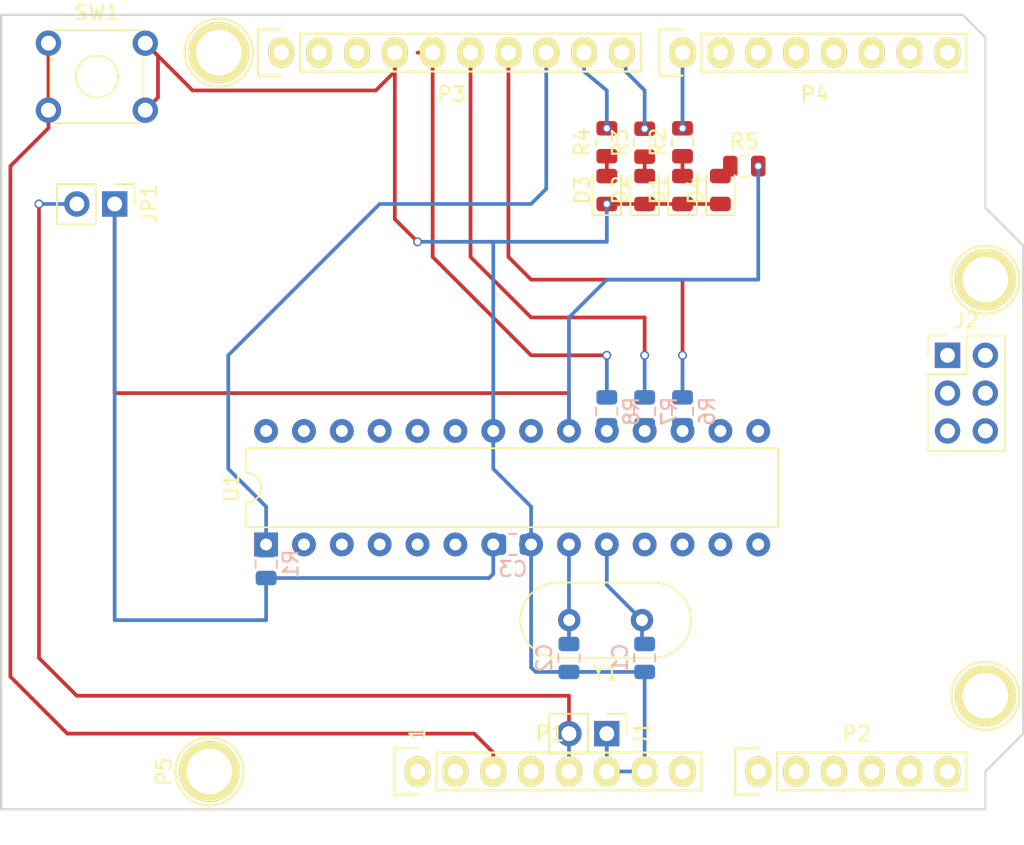
<source format=kicad_pcb>
(kicad_pcb (version 20171130) (host pcbnew "(5.1.5)-3")

  (general
    (thickness 1.6)
    (drawings 15)
    (tracks 103)
    (zones 0)
    (modules 29)
    (nets 21)
  )

  (page A4)
  (title_block
    (date "lun. 30 mars 2015")
  )

  (layers
    (0 F.Cu signal)
    (31 B.Cu signal)
    (32 B.Adhes user)
    (33 F.Adhes user)
    (34 B.Paste user)
    (35 F.Paste user)
    (36 B.SilkS user)
    (37 F.SilkS user)
    (38 B.Mask user)
    (39 F.Mask user)
    (40 Dwgs.User user)
    (41 Cmts.User user)
    (42 Eco1.User user)
    (43 Eco2.User user)
    (44 Edge.Cuts user)
    (45 Margin user)
    (46 B.CrtYd user)
    (47 F.CrtYd user)
    (48 B.Fab user)
    (49 F.Fab user)
  )

  (setup
    (last_trace_width 0.25)
    (user_trace_width 0.635)
    (user_trace_width 1.27)
    (trace_clearance 0.2)
    (zone_clearance 0.508)
    (zone_45_only no)
    (trace_min 0.2)
    (via_size 0.6)
    (via_drill 0.4)
    (via_min_size 0.4)
    (via_min_drill 0.3)
    (uvia_size 0.3)
    (uvia_drill 0.1)
    (uvias_allowed no)
    (uvia_min_size 0.2)
    (uvia_min_drill 0.1)
    (edge_width 0.15)
    (segment_width 0.15)
    (pcb_text_width 0.3)
    (pcb_text_size 1.5 1.5)
    (mod_edge_width 0.15)
    (mod_text_size 1 1)
    (mod_text_width 0.15)
    (pad_size 4.064 4.064)
    (pad_drill 3.048)
    (pad_to_mask_clearance 0)
    (aux_axis_origin 110.998 126.365)
    (grid_origin 110.998 126.365)
    (visible_elements 7FFFFFFF)
    (pcbplotparams
      (layerselection 0x00030_80000001)
      (usegerberextensions false)
      (usegerberattributes false)
      (usegerberadvancedattributes false)
      (creategerberjobfile false)
      (excludeedgelayer true)
      (linewidth 0.100000)
      (plotframeref false)
      (viasonmask false)
      (mode 1)
      (useauxorigin false)
      (hpglpennumber 1)
      (hpglpenspeed 20)
      (hpglpendiameter 15.000000)
      (psnegative false)
      (psa4output false)
      (plotreference true)
      (plotvalue true)
      (plotinvisibletext false)
      (padsonsilk false)
      (subtractmaskfromsilk false)
      (outputformat 1)
      (mirror false)
      (drillshape 1)
      (scaleselection 1)
      (outputdirectory ""))
  )

  (net 0 "")
  (net 1 +5V)
  (net 2 GND)
  (net 3 "/9(**)")
  (net 4 /8)
  (net 5 /7)
  (net 6 "/13(SCK)")
  (net 7 "/12(MISO)")
  (net 8 "Net-(D4-Pad2)")
  (net 9 "/11(~MOSI)")
  (net 10 "/10(~SS)")
  (net 11 "Net-(C1-Pad1)")
  (net 12 "Net-(C2-Pad1)")
  (net 13 /Reset)
  (net 14 "Net-(D1-Pad2)")
  (net 15 "Net-(D2-Pad2)")
  (net 16 "Net-(D3-Pad2)")
  (net 17 "Net-(R6-Pad1)")
  (net 18 "Net-(R7-Pad1)")
  (net 19 "Net-(R8-Pad1)")
  (net 20 "Net-(C3-Pad1)")

  (net_class Default "This is the default net class."
    (clearance 0.2)
    (trace_width 0.25)
    (via_dia 0.6)
    (via_drill 0.4)
    (uvia_dia 0.3)
    (uvia_drill 0.1)
    (add_net +5V)
    (add_net "/10(~SS)")
    (add_net "/11(~MOSI)")
    (add_net "/12(MISO)")
    (add_net "/13(SCK)")
    (add_net /7)
    (add_net /8)
    (add_net "/9(**)")
    (add_net /Reset)
    (add_net GND)
    (add_net "Net-(C1-Pad1)")
    (add_net "Net-(C2-Pad1)")
    (add_net "Net-(C3-Pad1)")
    (add_net "Net-(D1-Pad2)")
    (add_net "Net-(D2-Pad2)")
    (add_net "Net-(D3-Pad2)")
    (add_net "Net-(D4-Pad2)")
    (add_net "Net-(R6-Pad1)")
    (add_net "Net-(R7-Pad1)")
    (add_net "Net-(R8-Pad1)")
  )

  (module Crystal:Crystal_HC49-4H_Vertical (layer F.Cu) (tedit 5A1AD3B7) (tstamp 6019EA25)
    (at 153.998 113.665 180)
    (descr "Crystal THT HC-49-4H http://5hertz.com/pdfs/04404_D.pdf")
    (tags "THT crystalHC-49-4H")
    (path /601B0B62)
    (fp_text reference Y1 (at 2.44 -3.525) (layer F.SilkS)
      (effects (font (size 1 1) (thickness 0.15)))
    )
    (fp_text value 16.934MHz (at 2.44 3.525) (layer F.Fab)
      (effects (font (size 1 1) (thickness 0.15)))
    )
    (fp_arc (start 5.64 0) (end 5.64 -2.525) (angle 180) (layer F.SilkS) (width 0.12))
    (fp_arc (start -0.76 0) (end -0.76 -2.525) (angle -180) (layer F.SilkS) (width 0.12))
    (fp_arc (start 5.44 0) (end 5.44 -2) (angle 180) (layer F.Fab) (width 0.1))
    (fp_arc (start -0.56 0) (end -0.56 -2) (angle -180) (layer F.Fab) (width 0.1))
    (fp_arc (start 5.64 0) (end 5.64 -2.325) (angle 180) (layer F.Fab) (width 0.1))
    (fp_arc (start -0.76 0) (end -0.76 -2.325) (angle -180) (layer F.Fab) (width 0.1))
    (fp_line (start 8.5 -2.8) (end -3.6 -2.8) (layer F.CrtYd) (width 0.05))
    (fp_line (start 8.5 2.8) (end 8.5 -2.8) (layer F.CrtYd) (width 0.05))
    (fp_line (start -3.6 2.8) (end 8.5 2.8) (layer F.CrtYd) (width 0.05))
    (fp_line (start -3.6 -2.8) (end -3.6 2.8) (layer F.CrtYd) (width 0.05))
    (fp_line (start -0.76 2.525) (end 5.64 2.525) (layer F.SilkS) (width 0.12))
    (fp_line (start -0.76 -2.525) (end 5.64 -2.525) (layer F.SilkS) (width 0.12))
    (fp_line (start -0.56 2) (end 5.44 2) (layer F.Fab) (width 0.1))
    (fp_line (start -0.56 -2) (end 5.44 -2) (layer F.Fab) (width 0.1))
    (fp_line (start -0.76 2.325) (end 5.64 2.325) (layer F.Fab) (width 0.1))
    (fp_line (start -0.76 -2.325) (end 5.64 -2.325) (layer F.Fab) (width 0.1))
    (fp_text user %R (at 2.44 0) (layer F.Fab)
      (effects (font (size 1 1) (thickness 0.15)))
    )
    (pad 2 thru_hole circle (at 4.88 0 180) (size 1.5 1.5) (drill 0.8) (layers *.Cu *.Mask)
      (net 12 "Net-(C2-Pad1)"))
    (pad 1 thru_hole circle (at 0 0 180) (size 1.5 1.5) (drill 0.8) (layers *.Cu *.Mask)
      (net 11 "Net-(C1-Pad1)"))
    (model ${KISYS3DMOD}/Crystal.3dshapes/Crystal_HC49-4H_Vertical.wrl
      (at (xyz 0 0 0))
      (scale (xyz 1 1 1))
      (rotate (xyz 0 0 0))
    )
  )

  (module Connector_PinHeader_2.54mm:PinHeader_2x03_P2.54mm_Vertical (layer F.Cu) (tedit 59FED5CC) (tstamp 601AB0FD)
    (at 174.498 95.885)
    (descr "Through hole straight pin header, 2x03, 2.54mm pitch, double rows")
    (tags "Through hole pin header THT 2x03 2.54mm double row")
    (path /60326A41)
    (fp_text reference J2 (at 1.27 -2.33) (layer F.SilkS)
      (effects (font (size 1 1) (thickness 0.15)))
    )
    (fp_text value ICSP6 (at 1.27 7.41) (layer F.Fab)
      (effects (font (size 1 1) (thickness 0.15)))
    )
    (fp_text user %R (at 1.27 2.54 90) (layer F.Fab)
      (effects (font (size 1 1) (thickness 0.15)))
    )
    (fp_line (start 4.35 -1.8) (end -1.8 -1.8) (layer F.CrtYd) (width 0.05))
    (fp_line (start 4.35 6.85) (end 4.35 -1.8) (layer F.CrtYd) (width 0.05))
    (fp_line (start -1.8 6.85) (end 4.35 6.85) (layer F.CrtYd) (width 0.05))
    (fp_line (start -1.8 -1.8) (end -1.8 6.85) (layer F.CrtYd) (width 0.05))
    (fp_line (start -1.33 -1.33) (end 0 -1.33) (layer F.SilkS) (width 0.12))
    (fp_line (start -1.33 0) (end -1.33 -1.33) (layer F.SilkS) (width 0.12))
    (fp_line (start 1.27 -1.33) (end 3.87 -1.33) (layer F.SilkS) (width 0.12))
    (fp_line (start 1.27 1.27) (end 1.27 -1.33) (layer F.SilkS) (width 0.12))
    (fp_line (start -1.33 1.27) (end 1.27 1.27) (layer F.SilkS) (width 0.12))
    (fp_line (start 3.87 -1.33) (end 3.87 6.41) (layer F.SilkS) (width 0.12))
    (fp_line (start -1.33 1.27) (end -1.33 6.41) (layer F.SilkS) (width 0.12))
    (fp_line (start -1.33 6.41) (end 3.87 6.41) (layer F.SilkS) (width 0.12))
    (fp_line (start -1.27 0) (end 0 -1.27) (layer F.Fab) (width 0.1))
    (fp_line (start -1.27 6.35) (end -1.27 0) (layer F.Fab) (width 0.1))
    (fp_line (start 3.81 6.35) (end -1.27 6.35) (layer F.Fab) (width 0.1))
    (fp_line (start 3.81 -1.27) (end 3.81 6.35) (layer F.Fab) (width 0.1))
    (fp_line (start 0 -1.27) (end 3.81 -1.27) (layer F.Fab) (width 0.1))
    (pad 6 thru_hole oval (at 2.54 5.08) (size 1.7 1.7) (drill 1) (layers *.Cu *.Mask))
    (pad 5 thru_hole oval (at 0 5.08) (size 1.7 1.7) (drill 1) (layers *.Cu *.Mask))
    (pad 4 thru_hole oval (at 2.54 2.54) (size 1.7 1.7) (drill 1) (layers *.Cu *.Mask))
    (pad 3 thru_hole oval (at 0 2.54) (size 1.7 1.7) (drill 1) (layers *.Cu *.Mask))
    (pad 2 thru_hole oval (at 2.54 0) (size 1.7 1.7) (drill 1) (layers *.Cu *.Mask))
    (pad 1 thru_hole rect (at 0 0) (size 1.7 1.7) (drill 1) (layers *.Cu *.Mask))
    (model ${KISYS3DMOD}/Connector_PinHeader_2.54mm.3dshapes/PinHeader_2x03_P2.54mm_Vertical.wrl
      (at (xyz 0 0 0))
      (scale (xyz 1 1 1))
      (rotate (xyz 0 0 0))
    )
  )

  (module Button_Switch_THT:SW_TH_Tactile_Omron_B3F-10xx (layer F.Cu) (tedit 5D84F0EF) (tstamp 601AA2CB)
    (at 114.173 74.93)
    (descr SW_TH_Tactile_Omron_B3F-10xx_https://www.omron.com/ecb/products/pdf/en-b3f.pdf)
    (tags "Omron B3F-10xx")
    (path /603147FD)
    (fp_text reference SW1 (at 3.25 -2.05) (layer F.SilkS)
      (effects (font (size 1 1) (thickness 0.15)))
    )
    (fp_text value RESET (at 3.2 6.5) (layer F.Fab)
      (effects (font (size 1 1) (thickness 0.15)))
    )
    (fp_line (start -1.1 -1.1) (end 7.6 -1.1) (layer F.CrtYd) (width 0.05))
    (fp_line (start 0.25 5.25) (end 6.25 5.25) (layer F.Fab) (width 0.1))
    (fp_line (start 6.37 0.91) (end 6.37 3.59) (layer F.SilkS) (width 0.12))
    (fp_line (start 0.13 3.59) (end 0.13 0.91) (layer F.SilkS) (width 0.12))
    (fp_line (start 0.28 -0.87) (end 6.22 -0.87) (layer F.SilkS) (width 0.12))
    (fp_line (start 0.28 5.37) (end 6.22 5.37) (layer F.SilkS) (width 0.12))
    (fp_circle (center 3.25 2.25) (end 4.25 3.25) (layer F.SilkS) (width 0.12))
    (fp_line (start -1.1 -1.1) (end -1.1 5.6) (layer F.CrtYd) (width 0.05))
    (fp_line (start -1.1 5.6) (end 7.6 5.6) (layer F.CrtYd) (width 0.05))
    (fp_line (start 7.6 5.6) (end 7.6 -1.1) (layer F.CrtYd) (width 0.05))
    (fp_text user %R (at 3.25 2.25) (layer F.Fab)
      (effects (font (size 1 1) (thickness 0.15)))
    )
    (fp_line (start 0.25 -0.75) (end 6.25 -0.75) (layer F.Fab) (width 0.1))
    (fp_line (start 6.25 -0.75) (end 6.25 5.25) (layer F.Fab) (width 0.1))
    (fp_line (start 0.25 -0.75) (end 0.25 5.25) (layer F.Fab) (width 0.1))
    (pad 1 thru_hole circle (at 0 0) (size 1.7 1.7) (drill 1) (layers *.Cu *.Mask)
      (net 13 /Reset))
    (pad 2 thru_hole circle (at 6.5 0) (size 1.7 1.7) (drill 1) (layers *.Cu *.Mask)
      (net 2 GND))
    (pad 3 thru_hole circle (at 0 4.5) (size 1.7 1.7) (drill 1) (layers *.Cu *.Mask)
      (net 13 /Reset))
    (pad 4 thru_hole circle (at 6.5 4.5) (size 1.7 1.7) (drill 1) (layers *.Cu *.Mask)
      (net 2 GND))
    (model ${KISYS3DMOD}/Button_Switch_THT.3dshapes/SW_TH_Tactile_Omron_B3F-10xx.wrl
      (at (xyz 0 0 0))
      (scale (xyz 1 1 1))
      (rotate (xyz 0 0 0))
    )
    (model "${DOWNLOADS}/Push Tactile Button SPST-NO 6x6mm L=5mm Omron B3F-1020.stp"
      (at (xyz 0 0 0))
      (scale (xyz 1 1 1))
      (rotate (xyz 0 0 180))
    )
  )

  (module Capacitor_SMD:C_0805_2012Metric (layer B.Cu) (tedit 5B36C52B) (tstamp 601A8FFA)
    (at 145.3365 108.585)
    (descr "Capacitor SMD 0805 (2012 Metric), square (rectangular) end terminal, IPC_7351 nominal, (Body size source: https://docs.google.com/spreadsheets/d/1BsfQQcO9C6DZCsRaXUlFlo91Tg2WpOkGARC1WS5S8t0/edit?usp=sharing), generated with kicad-footprint-generator")
    (tags capacitor)
    (path /6030A2DE)
    (attr smd)
    (fp_text reference C3 (at 0 1.65) (layer B.SilkS)
      (effects (font (size 1 1) (thickness 0.15)) (justify mirror))
    )
    (fp_text value 100n (at 0 -1.65) (layer B.Fab)
      (effects (font (size 1 1) (thickness 0.15)) (justify mirror))
    )
    (fp_text user %R (at 0 0) (layer B.Fab)
      (effects (font (size 0.5 0.5) (thickness 0.08)) (justify mirror))
    )
    (fp_line (start 1.68 -0.95) (end -1.68 -0.95) (layer B.CrtYd) (width 0.05))
    (fp_line (start 1.68 0.95) (end 1.68 -0.95) (layer B.CrtYd) (width 0.05))
    (fp_line (start -1.68 0.95) (end 1.68 0.95) (layer B.CrtYd) (width 0.05))
    (fp_line (start -1.68 -0.95) (end -1.68 0.95) (layer B.CrtYd) (width 0.05))
    (fp_line (start -0.258578 -0.71) (end 0.258578 -0.71) (layer B.SilkS) (width 0.12))
    (fp_line (start -0.258578 0.71) (end 0.258578 0.71) (layer B.SilkS) (width 0.12))
    (fp_line (start 1 -0.6) (end -1 -0.6) (layer B.Fab) (width 0.1))
    (fp_line (start 1 0.6) (end 1 -0.6) (layer B.Fab) (width 0.1))
    (fp_line (start -1 0.6) (end 1 0.6) (layer B.Fab) (width 0.1))
    (fp_line (start -1 -0.6) (end -1 0.6) (layer B.Fab) (width 0.1))
    (pad 2 smd roundrect (at 0.9375 0) (size 0.975 1.4) (layers B.Cu B.Paste B.Mask) (roundrect_rratio 0.25)
      (net 2 GND))
    (pad 1 smd roundrect (at -0.9375 0) (size 0.975 1.4) (layers B.Cu B.Paste B.Mask) (roundrect_rratio 0.25)
      (net 20 "Net-(C3-Pad1)"))
    (model ${KISYS3DMOD}/Capacitor_SMD.3dshapes/C_0805_2012Metric.wrl
      (at (xyz 0 0 0))
      (scale (xyz 1 1 1))
      (rotate (xyz 0 0 0))
    )
  )

  (module Connector_PinHeader_2.54mm:PinHeader_1x02_P2.54mm_Vertical (layer F.Cu) (tedit 59FED5CC) (tstamp 601A80A2)
    (at 151.638 121.285 270)
    (descr "Through hole straight pin header, 1x02, 2.54mm pitch, single row")
    (tags "Through hole pin header THT 1x02 2.54mm single row")
    (path /602FA437)
    (fp_text reference J1 (at 0 -2.33 90) (layer F.SilkS)
      (effects (font (size 1 1) (thickness 0.15)))
    )
    (fp_text value 5V-GND (at 0 4.87 90) (layer F.Fab)
      (effects (font (size 1 1) (thickness 0.15)))
    )
    (fp_text user %R (at 0 1.27) (layer F.Fab)
      (effects (font (size 1 1) (thickness 0.15)))
    )
    (fp_line (start 1.8 -1.8) (end -1.8 -1.8) (layer F.CrtYd) (width 0.05))
    (fp_line (start 1.8 4.35) (end 1.8 -1.8) (layer F.CrtYd) (width 0.05))
    (fp_line (start -1.8 4.35) (end 1.8 4.35) (layer F.CrtYd) (width 0.05))
    (fp_line (start -1.8 -1.8) (end -1.8 4.35) (layer F.CrtYd) (width 0.05))
    (fp_line (start -1.33 -1.33) (end 0 -1.33) (layer F.SilkS) (width 0.12))
    (fp_line (start -1.33 0) (end -1.33 -1.33) (layer F.SilkS) (width 0.12))
    (fp_line (start -1.33 1.27) (end 1.33 1.27) (layer F.SilkS) (width 0.12))
    (fp_line (start 1.33 1.27) (end 1.33 3.87) (layer F.SilkS) (width 0.12))
    (fp_line (start -1.33 1.27) (end -1.33 3.87) (layer F.SilkS) (width 0.12))
    (fp_line (start -1.33 3.87) (end 1.33 3.87) (layer F.SilkS) (width 0.12))
    (fp_line (start -1.27 -0.635) (end -0.635 -1.27) (layer F.Fab) (width 0.1))
    (fp_line (start -1.27 3.81) (end -1.27 -0.635) (layer F.Fab) (width 0.1))
    (fp_line (start 1.27 3.81) (end -1.27 3.81) (layer F.Fab) (width 0.1))
    (fp_line (start 1.27 -1.27) (end 1.27 3.81) (layer F.Fab) (width 0.1))
    (fp_line (start -0.635 -1.27) (end 1.27 -1.27) (layer F.Fab) (width 0.1))
    (pad 2 thru_hole oval (at 0 2.54 270) (size 1.7 1.7) (drill 1) (layers *.Cu *.Mask)
      (net 1 +5V))
    (pad 1 thru_hole rect (at 0 0 270) (size 1.7 1.7) (drill 1) (layers *.Cu *.Mask)
      (net 2 GND))
    (model ${KISYS3DMOD}/Connector_PinHeader_2.54mm.3dshapes/PinHeader_1x02_P2.54mm_Vertical.wrl
      (at (xyz 0 0 0))
      (scale (xyz 1 1 1))
      (rotate (xyz 0 0 0))
    )
  )

  (module Connector_PinHeader_2.54mm:PinHeader_1x02_P2.54mm_Vertical (layer F.Cu) (tedit 59FED5CC) (tstamp 601A7941)
    (at 118.618 85.725 270)
    (descr "Through hole straight pin header, 1x02, 2.54mm pitch, single row")
    (tags "Through hole pin header THT 1x02 2.54mm single row")
    (path /601CD5F4)
    (fp_text reference JP1 (at 0 -2.33 90) (layer F.SilkS)
      (effects (font (size 1 1) (thickness 0.15)))
    )
    (fp_text value PWR (at 0 4.87 90) (layer F.Fab)
      (effects (font (size 1 1) (thickness 0.15)))
    )
    (fp_text user %R (at 0 1.27) (layer F.Fab)
      (effects (font (size 1 1) (thickness 0.15)))
    )
    (fp_line (start 1.8 -1.8) (end -1.8 -1.8) (layer F.CrtYd) (width 0.05))
    (fp_line (start 1.8 4.35) (end 1.8 -1.8) (layer F.CrtYd) (width 0.05))
    (fp_line (start -1.8 4.35) (end 1.8 4.35) (layer F.CrtYd) (width 0.05))
    (fp_line (start -1.8 -1.8) (end -1.8 4.35) (layer F.CrtYd) (width 0.05))
    (fp_line (start -1.33 -1.33) (end 0 -1.33) (layer F.SilkS) (width 0.12))
    (fp_line (start -1.33 0) (end -1.33 -1.33) (layer F.SilkS) (width 0.12))
    (fp_line (start -1.33 1.27) (end 1.33 1.27) (layer F.SilkS) (width 0.12))
    (fp_line (start 1.33 1.27) (end 1.33 3.87) (layer F.SilkS) (width 0.12))
    (fp_line (start -1.33 1.27) (end -1.33 3.87) (layer F.SilkS) (width 0.12))
    (fp_line (start -1.33 3.87) (end 1.33 3.87) (layer F.SilkS) (width 0.12))
    (fp_line (start -1.27 -0.635) (end -0.635 -1.27) (layer F.Fab) (width 0.1))
    (fp_line (start -1.27 3.81) (end -1.27 -0.635) (layer F.Fab) (width 0.1))
    (fp_line (start 1.27 3.81) (end -1.27 3.81) (layer F.Fab) (width 0.1))
    (fp_line (start 1.27 -1.27) (end 1.27 3.81) (layer F.Fab) (width 0.1))
    (fp_line (start -0.635 -1.27) (end 1.27 -1.27) (layer F.Fab) (width 0.1))
    (pad 2 thru_hole oval (at 0 2.54 270) (size 1.7 1.7) (drill 1) (layers *.Cu *.Mask)
      (net 1 +5V))
    (pad 1 thru_hole rect (at 0 0 270) (size 1.7 1.7) (drill 1) (layers *.Cu *.Mask)
      (net 20 "Net-(C3-Pad1)"))
    (model ${KISYS3DMOD}/Connector_PinHeader_2.54mm.3dshapes/PinHeader_1x02_P2.54mm_Vertical.wrl
      (at (xyz 0 0 0))
      (scale (xyz 1 1 1))
      (rotate (xyz 0 0 0))
    )
  )

  (module Resistor_SMD:R_0805_2012Metric (layer B.Cu) (tedit 5B36C52B) (tstamp 601A6DF3)
    (at 151.638 99.6465 90)
    (descr "Resistor SMD 0805 (2012 Metric), square (rectangular) end terminal, IPC_7351 nominal, (Body size source: https://docs.google.com/spreadsheets/d/1BsfQQcO9C6DZCsRaXUlFlo91Tg2WpOkGARC1WS5S8t0/edit?usp=sharing), generated with kicad-footprint-generator")
    (tags resistor)
    (path /601D6AFD)
    (attr smd)
    (fp_text reference R8 (at 0 1.65 90) (layer B.SilkS)
      (effects (font (size 1 1) (thickness 0.15)) (justify mirror))
    )
    (fp_text value 470 (at 0 -1.65 90) (layer B.Fab)
      (effects (font (size 1 1) (thickness 0.15)) (justify mirror))
    )
    (fp_text user %R (at 0 0 90) (layer B.Fab)
      (effects (font (size 0.5 0.5) (thickness 0.08)) (justify mirror))
    )
    (fp_line (start 1.68 -0.95) (end -1.68 -0.95) (layer B.CrtYd) (width 0.05))
    (fp_line (start 1.68 0.95) (end 1.68 -0.95) (layer B.CrtYd) (width 0.05))
    (fp_line (start -1.68 0.95) (end 1.68 0.95) (layer B.CrtYd) (width 0.05))
    (fp_line (start -1.68 -0.95) (end -1.68 0.95) (layer B.CrtYd) (width 0.05))
    (fp_line (start -0.258578 -0.71) (end 0.258578 -0.71) (layer B.SilkS) (width 0.12))
    (fp_line (start -0.258578 0.71) (end 0.258578 0.71) (layer B.SilkS) (width 0.12))
    (fp_line (start 1 -0.6) (end -1 -0.6) (layer B.Fab) (width 0.1))
    (fp_line (start 1 0.6) (end 1 -0.6) (layer B.Fab) (width 0.1))
    (fp_line (start -1 0.6) (end 1 0.6) (layer B.Fab) (width 0.1))
    (fp_line (start -1 -0.6) (end -1 0.6) (layer B.Fab) (width 0.1))
    (pad 2 smd roundrect (at 0.9375 0 90) (size 0.975 1.4) (layers B.Cu B.Paste B.Mask) (roundrect_rratio 0.25)
      (net 6 "/13(SCK)"))
    (pad 1 smd roundrect (at -0.9375 0 90) (size 0.975 1.4) (layers B.Cu B.Paste B.Mask) (roundrect_rratio 0.25)
      (net 19 "Net-(R8-Pad1)"))
    (model ${KISYS3DMOD}/Resistor_SMD.3dshapes/R_0805_2012Metric.wrl
      (at (xyz 0 0 0))
      (scale (xyz 1 1 1))
      (rotate (xyz 0 0 0))
    )
  )

  (module Resistor_SMD:R_0805_2012Metric (layer B.Cu) (tedit 5B36C52B) (tstamp 601A6DE2)
    (at 154.178 99.6465 90)
    (descr "Resistor SMD 0805 (2012 Metric), square (rectangular) end terminal, IPC_7351 nominal, (Body size source: https://docs.google.com/spreadsheets/d/1BsfQQcO9C6DZCsRaXUlFlo91Tg2WpOkGARC1WS5S8t0/edit?usp=sharing), generated with kicad-footprint-generator")
    (tags resistor)
    (path /601D69AF)
    (attr smd)
    (fp_text reference R7 (at 0 1.65 270) (layer B.SilkS)
      (effects (font (size 1 1) (thickness 0.15)) (justify mirror))
    )
    (fp_text value 470 (at 0 -1.65 270) (layer B.Fab)
      (effects (font (size 1 1) (thickness 0.15)) (justify mirror))
    )
    (fp_text user %R (at 0 0 270) (layer B.Fab)
      (effects (font (size 0.5 0.5) (thickness 0.08)) (justify mirror))
    )
    (fp_line (start 1.68 -0.95) (end -1.68 -0.95) (layer B.CrtYd) (width 0.05))
    (fp_line (start 1.68 0.95) (end 1.68 -0.95) (layer B.CrtYd) (width 0.05))
    (fp_line (start -1.68 0.95) (end 1.68 0.95) (layer B.CrtYd) (width 0.05))
    (fp_line (start -1.68 -0.95) (end -1.68 0.95) (layer B.CrtYd) (width 0.05))
    (fp_line (start -0.258578 -0.71) (end 0.258578 -0.71) (layer B.SilkS) (width 0.12))
    (fp_line (start -0.258578 0.71) (end 0.258578 0.71) (layer B.SilkS) (width 0.12))
    (fp_line (start 1 -0.6) (end -1 -0.6) (layer B.Fab) (width 0.1))
    (fp_line (start 1 0.6) (end 1 -0.6) (layer B.Fab) (width 0.1))
    (fp_line (start -1 0.6) (end 1 0.6) (layer B.Fab) (width 0.1))
    (fp_line (start -1 -0.6) (end -1 0.6) (layer B.Fab) (width 0.1))
    (pad 2 smd roundrect (at 0.9375 0 90) (size 0.975 1.4) (layers B.Cu B.Paste B.Mask) (roundrect_rratio 0.25)
      (net 7 "/12(MISO)"))
    (pad 1 smd roundrect (at -0.9375 0 90) (size 0.975 1.4) (layers B.Cu B.Paste B.Mask) (roundrect_rratio 0.25)
      (net 18 "Net-(R7-Pad1)"))
    (model ${KISYS3DMOD}/Resistor_SMD.3dshapes/R_0805_2012Metric.wrl
      (at (xyz 0 0 0))
      (scale (xyz 1 1 1))
      (rotate (xyz 0 0 0))
    )
  )

  (module Resistor_SMD:R_0805_2012Metric (layer B.Cu) (tedit 5B36C52B) (tstamp 601A6DD1)
    (at 156.718 99.6465 90)
    (descr "Resistor SMD 0805 (2012 Metric), square (rectangular) end terminal, IPC_7351 nominal, (Body size source: https://docs.google.com/spreadsheets/d/1BsfQQcO9C6DZCsRaXUlFlo91Tg2WpOkGARC1WS5S8t0/edit?usp=sharing), generated with kicad-footprint-generator")
    (tags resistor)
    (path /601D64FB)
    (attr smd)
    (fp_text reference R6 (at 0 1.65 90) (layer B.SilkS)
      (effects (font (size 1 1) (thickness 0.15)) (justify mirror))
    )
    (fp_text value 470 (at 0 -1.65 90) (layer B.Fab)
      (effects (font (size 1 1) (thickness 0.15)) (justify mirror))
    )
    (fp_text user %R (at 0 0 90) (layer B.Fab)
      (effects (font (size 0.5 0.5) (thickness 0.08)) (justify mirror))
    )
    (fp_line (start 1.68 -0.95) (end -1.68 -0.95) (layer B.CrtYd) (width 0.05))
    (fp_line (start 1.68 0.95) (end 1.68 -0.95) (layer B.CrtYd) (width 0.05))
    (fp_line (start -1.68 0.95) (end 1.68 0.95) (layer B.CrtYd) (width 0.05))
    (fp_line (start -1.68 -0.95) (end -1.68 0.95) (layer B.CrtYd) (width 0.05))
    (fp_line (start -0.258578 -0.71) (end 0.258578 -0.71) (layer B.SilkS) (width 0.12))
    (fp_line (start -0.258578 0.71) (end 0.258578 0.71) (layer B.SilkS) (width 0.12))
    (fp_line (start 1 -0.6) (end -1 -0.6) (layer B.Fab) (width 0.1))
    (fp_line (start 1 0.6) (end 1 -0.6) (layer B.Fab) (width 0.1))
    (fp_line (start -1 0.6) (end 1 0.6) (layer B.Fab) (width 0.1))
    (fp_line (start -1 -0.6) (end -1 0.6) (layer B.Fab) (width 0.1))
    (pad 2 smd roundrect (at 0.9375 0 90) (size 0.975 1.4) (layers B.Cu B.Paste B.Mask) (roundrect_rratio 0.25)
      (net 9 "/11(~MOSI)"))
    (pad 1 smd roundrect (at -0.9375 0 90) (size 0.975 1.4) (layers B.Cu B.Paste B.Mask) (roundrect_rratio 0.25)
      (net 17 "Net-(R6-Pad1)"))
    (model ${KISYS3DMOD}/Resistor_SMD.3dshapes/R_0805_2012Metric.wrl
      (at (xyz 0 0 0))
      (scale (xyz 1 1 1))
      (rotate (xyz 0 0 0))
    )
  )

  (module Resistor_SMD:R_0805_2012Metric (layer F.Cu) (tedit 5B36C52B) (tstamp 5F135424)
    (at 160.8605 83.185)
    (descr "Resistor SMD 0805 (2012 Metric), square (rectangular) end terminal, IPC_7351 nominal, (Body size source: https://docs.google.com/spreadsheets/d/1BsfQQcO9C6DZCsRaXUlFlo91Tg2WpOkGARC1WS5S8t0/edit?usp=sharing), generated with kicad-footprint-generator")
    (tags resistor)
    (path /5F15BFB5)
    (attr smd)
    (fp_text reference R5 (at 0 -1.65) (layer F.SilkS)
      (effects (font (size 1 1) (thickness 0.15)))
    )
    (fp_text value 2k4 (at 0 1.65) (layer F.Fab)
      (effects (font (size 1 1) (thickness 0.15)))
    )
    (fp_text user %R (at 0 0) (layer F.Fab)
      (effects (font (size 0.5 0.5) (thickness 0.08)))
    )
    (fp_line (start 1.68 0.95) (end -1.68 0.95) (layer F.CrtYd) (width 0.05))
    (fp_line (start 1.68 -0.95) (end 1.68 0.95) (layer F.CrtYd) (width 0.05))
    (fp_line (start -1.68 -0.95) (end 1.68 -0.95) (layer F.CrtYd) (width 0.05))
    (fp_line (start -1.68 0.95) (end -1.68 -0.95) (layer F.CrtYd) (width 0.05))
    (fp_line (start -0.258578 0.71) (end 0.258578 0.71) (layer F.SilkS) (width 0.12))
    (fp_line (start -0.258578 -0.71) (end 0.258578 -0.71) (layer F.SilkS) (width 0.12))
    (fp_line (start 1 0.6) (end -1 0.6) (layer F.Fab) (width 0.1))
    (fp_line (start 1 -0.6) (end 1 0.6) (layer F.Fab) (width 0.1))
    (fp_line (start -1 -0.6) (end 1 -0.6) (layer F.Fab) (width 0.1))
    (fp_line (start -1 0.6) (end -1 -0.6) (layer F.Fab) (width 0.1))
    (pad 2 smd roundrect (at 0.9375 0) (size 0.975 1.4) (layers F.Cu F.Paste F.Mask) (roundrect_rratio 0.25)
      (net 20 "Net-(C3-Pad1)"))
    (pad 1 smd roundrect (at -0.9375 0) (size 0.975 1.4) (layers F.Cu F.Paste F.Mask) (roundrect_rratio 0.25)
      (net 8 "Net-(D4-Pad2)"))
    (model ${KISYS3DMOD}/Resistor_SMD.3dshapes/R_0805_2012Metric.wrl
      (at (xyz 0 0 0))
      (scale (xyz 1 1 1))
      (rotate (xyz 0 0 0))
    )
  )

  (module Resistor_SMD:R_0805_2012Metric (layer F.Cu) (tedit 5B36C52B) (tstamp 5F135411)
    (at 151.638 81.5825 90)
    (descr "Resistor SMD 0805 (2012 Metric), square (rectangular) end terminal, IPC_7351 nominal, (Body size source: https://docs.google.com/spreadsheets/d/1BsfQQcO9C6DZCsRaXUlFlo91Tg2WpOkGARC1WS5S8t0/edit?usp=sharing), generated with kicad-footprint-generator")
    (tags resistor)
    (path /5F15BD3C)
    (attr smd)
    (fp_text reference R4 (at 0 -1.65 90) (layer F.SilkS)
      (effects (font (size 1 1) (thickness 0.15)))
    )
    (fp_text value 2k4 (at 0 1.65 90) (layer F.Fab)
      (effects (font (size 1 1) (thickness 0.15)))
    )
    (fp_text user %R (at 0 0 90) (layer F.Fab)
      (effects (font (size 0.5 0.5) (thickness 0.08)))
    )
    (fp_line (start 1.68 0.95) (end -1.68 0.95) (layer F.CrtYd) (width 0.05))
    (fp_line (start 1.68 -0.95) (end 1.68 0.95) (layer F.CrtYd) (width 0.05))
    (fp_line (start -1.68 -0.95) (end 1.68 -0.95) (layer F.CrtYd) (width 0.05))
    (fp_line (start -1.68 0.95) (end -1.68 -0.95) (layer F.CrtYd) (width 0.05))
    (fp_line (start -0.258578 0.71) (end 0.258578 0.71) (layer F.SilkS) (width 0.12))
    (fp_line (start -0.258578 -0.71) (end 0.258578 -0.71) (layer F.SilkS) (width 0.12))
    (fp_line (start 1 0.6) (end -1 0.6) (layer F.Fab) (width 0.1))
    (fp_line (start 1 -0.6) (end 1 0.6) (layer F.Fab) (width 0.1))
    (fp_line (start -1 -0.6) (end 1 -0.6) (layer F.Fab) (width 0.1))
    (fp_line (start -1 0.6) (end -1 -0.6) (layer F.Fab) (width 0.1))
    (pad 2 smd roundrect (at 0.9375 0 90) (size 0.975 1.4) (layers F.Cu F.Paste F.Mask) (roundrect_rratio 0.25)
      (net 3 "/9(**)"))
    (pad 1 smd roundrect (at -0.9375 0 90) (size 0.975 1.4) (layers F.Cu F.Paste F.Mask) (roundrect_rratio 0.25)
      (net 16 "Net-(D3-Pad2)"))
    (model ${KISYS3DMOD}/Resistor_SMD.3dshapes/R_0805_2012Metric.wrl
      (at (xyz 0 0 0))
      (scale (xyz 1 1 1))
      (rotate (xyz 0 0 0))
    )
  )

  (module Resistor_SMD:R_0805_2012Metric (layer F.Cu) (tedit 5B36C52B) (tstamp 5F1353FE)
    (at 154.178 81.6125 90)
    (descr "Resistor SMD 0805 (2012 Metric), square (rectangular) end terminal, IPC_7351 nominal, (Body size source: https://docs.google.com/spreadsheets/d/1BsfQQcO9C6DZCsRaXUlFlo91Tg2WpOkGARC1WS5S8t0/edit?usp=sharing), generated with kicad-footprint-generator")
    (tags resistor)
    (path /5F15BBCF)
    (attr smd)
    (fp_text reference R3 (at 0 -1.65 90) (layer F.SilkS)
      (effects (font (size 1 1) (thickness 0.15)))
    )
    (fp_text value 2k4 (at 0 1.65 90) (layer F.Fab)
      (effects (font (size 1 1) (thickness 0.15)))
    )
    (fp_text user %R (at 0 0 90) (layer F.Fab)
      (effects (font (size 0.5 0.5) (thickness 0.08)))
    )
    (fp_line (start 1.68 0.95) (end -1.68 0.95) (layer F.CrtYd) (width 0.05))
    (fp_line (start 1.68 -0.95) (end 1.68 0.95) (layer F.CrtYd) (width 0.05))
    (fp_line (start -1.68 -0.95) (end 1.68 -0.95) (layer F.CrtYd) (width 0.05))
    (fp_line (start -1.68 0.95) (end -1.68 -0.95) (layer F.CrtYd) (width 0.05))
    (fp_line (start -0.258578 0.71) (end 0.258578 0.71) (layer F.SilkS) (width 0.12))
    (fp_line (start -0.258578 -0.71) (end 0.258578 -0.71) (layer F.SilkS) (width 0.12))
    (fp_line (start 1 0.6) (end -1 0.6) (layer F.Fab) (width 0.1))
    (fp_line (start 1 -0.6) (end 1 0.6) (layer F.Fab) (width 0.1))
    (fp_line (start -1 -0.6) (end 1 -0.6) (layer F.Fab) (width 0.1))
    (fp_line (start -1 0.6) (end -1 -0.6) (layer F.Fab) (width 0.1))
    (pad 2 smd roundrect (at 0.9375 0 90) (size 0.975 1.4) (layers F.Cu F.Paste F.Mask) (roundrect_rratio 0.25)
      (net 4 /8))
    (pad 1 smd roundrect (at -0.9375 0 90) (size 0.975 1.4) (layers F.Cu F.Paste F.Mask) (roundrect_rratio 0.25)
      (net 15 "Net-(D2-Pad2)"))
    (model ${KISYS3DMOD}/Resistor_SMD.3dshapes/R_0805_2012Metric.wrl
      (at (xyz 0 0 0))
      (scale (xyz 1 1 1))
      (rotate (xyz 0 0 0))
    )
  )

  (module Resistor_SMD:R_0805_2012Metric (layer F.Cu) (tedit 5B36C52B) (tstamp 5F1353EB)
    (at 156.718 81.5825 90)
    (descr "Resistor SMD 0805 (2012 Metric), square (rectangular) end terminal, IPC_7351 nominal, (Body size source: https://docs.google.com/spreadsheets/d/1BsfQQcO9C6DZCsRaXUlFlo91Tg2WpOkGARC1WS5S8t0/edit?usp=sharing), generated with kicad-footprint-generator")
    (tags resistor)
    (path /5F15AB34)
    (attr smd)
    (fp_text reference R2 (at 0 -1.65 90) (layer F.SilkS)
      (effects (font (size 1 1) (thickness 0.15)))
    )
    (fp_text value 2k4 (at 0 1.65 90) (layer F.Fab)
      (effects (font (size 1 1) (thickness 0.15)))
    )
    (fp_text user %R (at 0 0 90) (layer F.Fab)
      (effects (font (size 0.5 0.5) (thickness 0.08)))
    )
    (fp_line (start 1.68 0.95) (end -1.68 0.95) (layer F.CrtYd) (width 0.05))
    (fp_line (start 1.68 -0.95) (end 1.68 0.95) (layer F.CrtYd) (width 0.05))
    (fp_line (start -1.68 -0.95) (end 1.68 -0.95) (layer F.CrtYd) (width 0.05))
    (fp_line (start -1.68 0.95) (end -1.68 -0.95) (layer F.CrtYd) (width 0.05))
    (fp_line (start -0.258578 0.71) (end 0.258578 0.71) (layer F.SilkS) (width 0.12))
    (fp_line (start -0.258578 -0.71) (end 0.258578 -0.71) (layer F.SilkS) (width 0.12))
    (fp_line (start 1 0.6) (end -1 0.6) (layer F.Fab) (width 0.1))
    (fp_line (start 1 -0.6) (end 1 0.6) (layer F.Fab) (width 0.1))
    (fp_line (start -1 -0.6) (end 1 -0.6) (layer F.Fab) (width 0.1))
    (fp_line (start -1 0.6) (end -1 -0.6) (layer F.Fab) (width 0.1))
    (pad 2 smd roundrect (at 0.9375 0 90) (size 0.975 1.4) (layers F.Cu F.Paste F.Mask) (roundrect_rratio 0.25)
      (net 5 /7))
    (pad 1 smd roundrect (at -0.9375 0 90) (size 0.975 1.4) (layers F.Cu F.Paste F.Mask) (roundrect_rratio 0.25)
      (net 14 "Net-(D1-Pad2)"))
    (model ${KISYS3DMOD}/Resistor_SMD.3dshapes/R_0805_2012Metric.wrl
      (at (xyz 0 0 0))
      (scale (xyz 1 1 1))
      (rotate (xyz 0 0 0))
    )
  )

  (module Resistor_SMD:R_0805_2012Metric (layer B.Cu) (tedit 5B36C52B) (tstamp 5F1353D8)
    (at 128.778 109.9035 90)
    (descr "Resistor SMD 0805 (2012 Metric), square (rectangular) end terminal, IPC_7351 nominal, (Body size source: https://docs.google.com/spreadsheets/d/1BsfQQcO9C6DZCsRaXUlFlo91Tg2WpOkGARC1WS5S8t0/edit?usp=sharing), generated with kicad-footprint-generator")
    (tags resistor)
    (path /5F13A891)
    (attr smd)
    (fp_text reference R1 (at 0 1.65 -90) (layer B.SilkS)
      (effects (font (size 1 1) (thickness 0.15)) (justify mirror))
    )
    (fp_text value 10k (at 0 -1.65 -90) (layer B.Fab)
      (effects (font (size 1 1) (thickness 0.15)) (justify mirror))
    )
    (fp_text user %R (at 0 0 -90) (layer B.Fab)
      (effects (font (size 0.5 0.5) (thickness 0.08)) (justify mirror))
    )
    (fp_line (start 1.68 -0.95) (end -1.68 -0.95) (layer B.CrtYd) (width 0.05))
    (fp_line (start 1.68 0.95) (end 1.68 -0.95) (layer B.CrtYd) (width 0.05))
    (fp_line (start -1.68 0.95) (end 1.68 0.95) (layer B.CrtYd) (width 0.05))
    (fp_line (start -1.68 -0.95) (end -1.68 0.95) (layer B.CrtYd) (width 0.05))
    (fp_line (start -0.258578 -0.71) (end 0.258578 -0.71) (layer B.SilkS) (width 0.12))
    (fp_line (start -0.258578 0.71) (end 0.258578 0.71) (layer B.SilkS) (width 0.12))
    (fp_line (start 1 -0.6) (end -1 -0.6) (layer B.Fab) (width 0.1))
    (fp_line (start 1 0.6) (end 1 -0.6) (layer B.Fab) (width 0.1))
    (fp_line (start -1 0.6) (end 1 0.6) (layer B.Fab) (width 0.1))
    (fp_line (start -1 -0.6) (end -1 0.6) (layer B.Fab) (width 0.1))
    (pad 2 smd roundrect (at 0.9375 0 90) (size 0.975 1.4) (layers B.Cu B.Paste B.Mask) (roundrect_rratio 0.25)
      (net 10 "/10(~SS)"))
    (pad 1 smd roundrect (at -0.9375 0 90) (size 0.975 1.4) (layers B.Cu B.Paste B.Mask) (roundrect_rratio 0.25)
      (net 20 "Net-(C3-Pad1)"))
    (model ${KISYS3DMOD}/Resistor_SMD.3dshapes/R_0805_2012Metric.wrl
      (at (xyz 0 0 0))
      (scale (xyz 1 1 1))
      (rotate (xyz 0 0 0))
    )
  )

  (module LED_SMD:LED_0805_2012Metric (layer F.Cu) (tedit 5B36C52C) (tstamp 5F1352ED)
    (at 159.258 84.7875 90)
    (descr "LED SMD 0805 (2012 Metric), square (rectangular) end terminal, IPC_7351 nominal, (Body size source: https://docs.google.com/spreadsheets/d/1BsfQQcO9C6DZCsRaXUlFlo91Tg2WpOkGARC1WS5S8t0/edit?usp=sharing), generated with kicad-footprint-generator")
    (tags diode)
    (path /5F14A8AB)
    (attr smd)
    (fp_text reference D4 (at 0 -1.65 90) (layer F.SilkS)
      (effects (font (size 1 1) (thickness 0.15)))
    )
    (fp_text value "POWER (Blue)" (at 0 1.65 90) (layer F.Fab)
      (effects (font (size 1 1) (thickness 0.15)))
    )
    (fp_text user %R (at 0 0 90) (layer F.Fab)
      (effects (font (size 0.5 0.5) (thickness 0.08)))
    )
    (fp_line (start 1.68 0.95) (end -1.68 0.95) (layer F.CrtYd) (width 0.05))
    (fp_line (start 1.68 -0.95) (end 1.68 0.95) (layer F.CrtYd) (width 0.05))
    (fp_line (start -1.68 -0.95) (end 1.68 -0.95) (layer F.CrtYd) (width 0.05))
    (fp_line (start -1.68 0.95) (end -1.68 -0.95) (layer F.CrtYd) (width 0.05))
    (fp_line (start -1.685 0.96) (end 1 0.96) (layer F.SilkS) (width 0.12))
    (fp_line (start -1.685 -0.96) (end -1.685 0.96) (layer F.SilkS) (width 0.12))
    (fp_line (start 1 -0.96) (end -1.685 -0.96) (layer F.SilkS) (width 0.12))
    (fp_line (start 1 0.6) (end 1 -0.6) (layer F.Fab) (width 0.1))
    (fp_line (start -1 0.6) (end 1 0.6) (layer F.Fab) (width 0.1))
    (fp_line (start -1 -0.3) (end -1 0.6) (layer F.Fab) (width 0.1))
    (fp_line (start -0.7 -0.6) (end -1 -0.3) (layer F.Fab) (width 0.1))
    (fp_line (start 1 -0.6) (end -0.7 -0.6) (layer F.Fab) (width 0.1))
    (pad 2 smd roundrect (at 0.9375 0 90) (size 0.975 1.4) (layers F.Cu F.Paste F.Mask) (roundrect_rratio 0.25)
      (net 8 "Net-(D4-Pad2)"))
    (pad 1 smd roundrect (at -0.9375 0 90) (size 0.975 1.4) (layers F.Cu F.Paste F.Mask) (roundrect_rratio 0.25)
      (net 2 GND))
    (model ${KISYS3DMOD}/LED_SMD.3dshapes/LED_0805_2012Metric.wrl
      (at (xyz 0 0 0))
      (scale (xyz 1 1 1))
      (rotate (xyz 0 0 0))
    )
  )

  (module LED_SMD:LED_0805_2012Metric (layer F.Cu) (tedit 5B36C52C) (tstamp 5F1352DA)
    (at 151.638 84.7875 90)
    (descr "LED SMD 0805 (2012 Metric), square (rectangular) end terminal, IPC_7351 nominal, (Body size source: https://docs.google.com/spreadsheets/d/1BsfQQcO9C6DZCsRaXUlFlo91Tg2WpOkGARC1WS5S8t0/edit?usp=sharing), generated with kicad-footprint-generator")
    (tags diode)
    (path /5F14A694)
    (attr smd)
    (fp_text reference D3 (at 0 -1.65 90) (layer F.SilkS)
      (effects (font (size 1 1) (thickness 0.15)))
    )
    (fp_text value "PROGRAM (Green)" (at 0 1.65 90) (layer F.Fab)
      (effects (font (size 1 1) (thickness 0.15)))
    )
    (fp_text user %R (at 0 0 90) (layer F.Fab)
      (effects (font (size 0.5 0.5) (thickness 0.08)))
    )
    (fp_line (start 1.68 0.95) (end -1.68 0.95) (layer F.CrtYd) (width 0.05))
    (fp_line (start 1.68 -0.95) (end 1.68 0.95) (layer F.CrtYd) (width 0.05))
    (fp_line (start -1.68 -0.95) (end 1.68 -0.95) (layer F.CrtYd) (width 0.05))
    (fp_line (start -1.68 0.95) (end -1.68 -0.95) (layer F.CrtYd) (width 0.05))
    (fp_line (start -1.685 0.96) (end 1 0.96) (layer F.SilkS) (width 0.12))
    (fp_line (start -1.685 -0.96) (end -1.685 0.96) (layer F.SilkS) (width 0.12))
    (fp_line (start 1 -0.96) (end -1.685 -0.96) (layer F.SilkS) (width 0.12))
    (fp_line (start 1 0.6) (end 1 -0.6) (layer F.Fab) (width 0.1))
    (fp_line (start -1 0.6) (end 1 0.6) (layer F.Fab) (width 0.1))
    (fp_line (start -1 -0.3) (end -1 0.6) (layer F.Fab) (width 0.1))
    (fp_line (start -0.7 -0.6) (end -1 -0.3) (layer F.Fab) (width 0.1))
    (fp_line (start 1 -0.6) (end -0.7 -0.6) (layer F.Fab) (width 0.1))
    (pad 2 smd roundrect (at 0.9375 0 90) (size 0.975 1.4) (layers F.Cu F.Paste F.Mask) (roundrect_rratio 0.25)
      (net 16 "Net-(D3-Pad2)"))
    (pad 1 smd roundrect (at -0.9375 0 90) (size 0.975 1.4) (layers F.Cu F.Paste F.Mask) (roundrect_rratio 0.25)
      (net 2 GND))
    (model ${KISYS3DMOD}/LED_SMD.3dshapes/LED_0805_2012Metric.wrl
      (at (xyz 0 0 0))
      (scale (xyz 1 1 1))
      (rotate (xyz 0 0 0))
    )
  )

  (module LED_SMD:LED_0805_2012Metric (layer F.Cu) (tedit 5B36C52C) (tstamp 5F1352C7)
    (at 154.178 84.7875 90)
    (descr "LED SMD 0805 (2012 Metric), square (rectangular) end terminal, IPC_7351 nominal, (Body size source: https://docs.google.com/spreadsheets/d/1BsfQQcO9C6DZCsRaXUlFlo91Tg2WpOkGARC1WS5S8t0/edit?usp=sharing), generated with kicad-footprint-generator")
    (tags diode)
    (path /5F14A427)
    (attr smd)
    (fp_text reference D2 (at 0 -1.65 90) (layer F.SilkS)
      (effects (font (size 1 1) (thickness 0.15)))
    )
    (fp_text value "ERROR (Red)" (at 0 1.65 90) (layer F.Fab)
      (effects (font (size 1 1) (thickness 0.15)))
    )
    (fp_text user %R (at 0 0 90) (layer F.Fab)
      (effects (font (size 0.5 0.5) (thickness 0.08)))
    )
    (fp_line (start 1.68 0.95) (end -1.68 0.95) (layer F.CrtYd) (width 0.05))
    (fp_line (start 1.68 -0.95) (end 1.68 0.95) (layer F.CrtYd) (width 0.05))
    (fp_line (start -1.68 -0.95) (end 1.68 -0.95) (layer F.CrtYd) (width 0.05))
    (fp_line (start -1.68 0.95) (end -1.68 -0.95) (layer F.CrtYd) (width 0.05))
    (fp_line (start -1.685 0.96) (end 1 0.96) (layer F.SilkS) (width 0.12))
    (fp_line (start -1.685 -0.96) (end -1.685 0.96) (layer F.SilkS) (width 0.12))
    (fp_line (start 1 -0.96) (end -1.685 -0.96) (layer F.SilkS) (width 0.12))
    (fp_line (start 1 0.6) (end 1 -0.6) (layer F.Fab) (width 0.1))
    (fp_line (start -1 0.6) (end 1 0.6) (layer F.Fab) (width 0.1))
    (fp_line (start -1 -0.3) (end -1 0.6) (layer F.Fab) (width 0.1))
    (fp_line (start -0.7 -0.6) (end -1 -0.3) (layer F.Fab) (width 0.1))
    (fp_line (start 1 -0.6) (end -0.7 -0.6) (layer F.Fab) (width 0.1))
    (pad 2 smd roundrect (at 0.9375 0 90) (size 0.975 1.4) (layers F.Cu F.Paste F.Mask) (roundrect_rratio 0.25)
      (net 15 "Net-(D2-Pad2)"))
    (pad 1 smd roundrect (at -0.9375 0 90) (size 0.975 1.4) (layers F.Cu F.Paste F.Mask) (roundrect_rratio 0.25)
      (net 2 GND))
    (model ${KISYS3DMOD}/LED_SMD.3dshapes/LED_0805_2012Metric.wrl
      (at (xyz 0 0 0))
      (scale (xyz 1 1 1))
      (rotate (xyz 0 0 0))
    )
  )

  (module LED_SMD:LED_0805_2012Metric (layer F.Cu) (tedit 5B36C52C) (tstamp 5F1352B4)
    (at 156.718 84.7875 90)
    (descr "LED SMD 0805 (2012 Metric), square (rectangular) end terminal, IPC_7351 nominal, (Body size source: https://docs.google.com/spreadsheets/d/1BsfQQcO9C6DZCsRaXUlFlo91Tg2WpOkGARC1WS5S8t0/edit?usp=sharing), generated with kicad-footprint-generator")
    (tags diode)
    (path /5F148FE9)
    (attr smd)
    (fp_text reference D1 (at 0 -1.65 90) (layer F.SilkS)
      (effects (font (size 1 1) (thickness 0.15)))
    )
    (fp_text value "OK (Amber)" (at 0 1.65 90) (layer F.Fab)
      (effects (font (size 1 1) (thickness 0.15)))
    )
    (fp_text user %R (at 0 0 90) (layer F.Fab)
      (effects (font (size 0.5 0.5) (thickness 0.08)))
    )
    (fp_line (start 1.68 0.95) (end -1.68 0.95) (layer F.CrtYd) (width 0.05))
    (fp_line (start 1.68 -0.95) (end 1.68 0.95) (layer F.CrtYd) (width 0.05))
    (fp_line (start -1.68 -0.95) (end 1.68 -0.95) (layer F.CrtYd) (width 0.05))
    (fp_line (start -1.68 0.95) (end -1.68 -0.95) (layer F.CrtYd) (width 0.05))
    (fp_line (start -1.685 0.96) (end 1 0.96) (layer F.SilkS) (width 0.12))
    (fp_line (start -1.685 -0.96) (end -1.685 0.96) (layer F.SilkS) (width 0.12))
    (fp_line (start 1 -0.96) (end -1.685 -0.96) (layer F.SilkS) (width 0.12))
    (fp_line (start 1 0.6) (end 1 -0.6) (layer F.Fab) (width 0.1))
    (fp_line (start -1 0.6) (end 1 0.6) (layer F.Fab) (width 0.1))
    (fp_line (start -1 -0.3) (end -1 0.6) (layer F.Fab) (width 0.1))
    (fp_line (start -0.7 -0.6) (end -1 -0.3) (layer F.Fab) (width 0.1))
    (fp_line (start 1 -0.6) (end -0.7 -0.6) (layer F.Fab) (width 0.1))
    (pad 2 smd roundrect (at 0.9375 0 90) (size 0.975 1.4) (layers F.Cu F.Paste F.Mask) (roundrect_rratio 0.25)
      (net 14 "Net-(D1-Pad2)"))
    (pad 1 smd roundrect (at -0.9375 0 90) (size 0.975 1.4) (layers F.Cu F.Paste F.Mask) (roundrect_rratio 0.25)
      (net 2 GND))
    (model ${KISYS3DMOD}/LED_SMD.3dshapes/LED_0805_2012Metric.wrl
      (at (xyz 0 0 0))
      (scale (xyz 1 1 1))
      (rotate (xyz 0 0 0))
    )
  )

  (module Capacitor_SMD:C_0805_2012Metric (layer B.Cu) (tedit 5B36C52B) (tstamp 6019E7E8)
    (at 149.098 116.205 270)
    (descr "Capacitor SMD 0805 (2012 Metric), square (rectangular) end terminal, IPC_7351 nominal, (Body size source: https://docs.google.com/spreadsheets/d/1BsfQQcO9C6DZCsRaXUlFlo91Tg2WpOkGARC1WS5S8t0/edit?usp=sharing), generated with kicad-footprint-generator")
    (tags capacitor)
    (path /601B10B0)
    (attr smd)
    (fp_text reference C2 (at 0 1.65 90) (layer B.SilkS)
      (effects (font (size 1 1) (thickness 0.15)) (justify mirror))
    )
    (fp_text value 22p (at 0 -1.65 90) (layer B.Fab)
      (effects (font (size 1 1) (thickness 0.15)) (justify mirror))
    )
    (fp_text user %R (at 0 0 90) (layer B.Fab)
      (effects (font (size 0.5 0.5) (thickness 0.08)) (justify mirror))
    )
    (fp_line (start 1.68 -0.95) (end -1.68 -0.95) (layer B.CrtYd) (width 0.05))
    (fp_line (start 1.68 0.95) (end 1.68 -0.95) (layer B.CrtYd) (width 0.05))
    (fp_line (start -1.68 0.95) (end 1.68 0.95) (layer B.CrtYd) (width 0.05))
    (fp_line (start -1.68 -0.95) (end -1.68 0.95) (layer B.CrtYd) (width 0.05))
    (fp_line (start -0.258578 -0.71) (end 0.258578 -0.71) (layer B.SilkS) (width 0.12))
    (fp_line (start -0.258578 0.71) (end 0.258578 0.71) (layer B.SilkS) (width 0.12))
    (fp_line (start 1 -0.6) (end -1 -0.6) (layer B.Fab) (width 0.1))
    (fp_line (start 1 0.6) (end 1 -0.6) (layer B.Fab) (width 0.1))
    (fp_line (start -1 0.6) (end 1 0.6) (layer B.Fab) (width 0.1))
    (fp_line (start -1 -0.6) (end -1 0.6) (layer B.Fab) (width 0.1))
    (pad 2 smd roundrect (at 0.9375 0 270) (size 0.975 1.4) (layers B.Cu B.Paste B.Mask) (roundrect_rratio 0.25)
      (net 2 GND))
    (pad 1 smd roundrect (at -0.9375 0 270) (size 0.975 1.4) (layers B.Cu B.Paste B.Mask) (roundrect_rratio 0.25)
      (net 12 "Net-(C2-Pad1)"))
    (model ${KISYS3DMOD}/Capacitor_SMD.3dshapes/C_0805_2012Metric.wrl
      (at (xyz 0 0 0))
      (scale (xyz 1 1 1))
      (rotate (xyz 0 0 0))
    )
  )

  (module Capacitor_SMD:C_0805_2012Metric (layer B.Cu) (tedit 5B36C52B) (tstamp 6019E7D7)
    (at 154.178 116.205 270)
    (descr "Capacitor SMD 0805 (2012 Metric), square (rectangular) end terminal, IPC_7351 nominal, (Body size source: https://docs.google.com/spreadsheets/d/1BsfQQcO9C6DZCsRaXUlFlo91Tg2WpOkGARC1WS5S8t0/edit?usp=sharing), generated with kicad-footprint-generator")
    (tags capacitor)
    (path /601B48EE)
    (attr smd)
    (fp_text reference C1 (at 0 1.65 90) (layer B.SilkS)
      (effects (font (size 1 1) (thickness 0.15)) (justify mirror))
    )
    (fp_text value 22p (at 0 -1.65 90) (layer B.Fab)
      (effects (font (size 1 1) (thickness 0.15)) (justify mirror))
    )
    (fp_text user %R (at 0 0 90) (layer B.Fab)
      (effects (font (size 0.5 0.5) (thickness 0.08)) (justify mirror))
    )
    (fp_line (start 1.68 -0.95) (end -1.68 -0.95) (layer B.CrtYd) (width 0.05))
    (fp_line (start 1.68 0.95) (end 1.68 -0.95) (layer B.CrtYd) (width 0.05))
    (fp_line (start -1.68 0.95) (end 1.68 0.95) (layer B.CrtYd) (width 0.05))
    (fp_line (start -1.68 -0.95) (end -1.68 0.95) (layer B.CrtYd) (width 0.05))
    (fp_line (start -0.258578 -0.71) (end 0.258578 -0.71) (layer B.SilkS) (width 0.12))
    (fp_line (start -0.258578 0.71) (end 0.258578 0.71) (layer B.SilkS) (width 0.12))
    (fp_line (start 1 -0.6) (end -1 -0.6) (layer B.Fab) (width 0.1))
    (fp_line (start 1 0.6) (end 1 -0.6) (layer B.Fab) (width 0.1))
    (fp_line (start -1 0.6) (end 1 0.6) (layer B.Fab) (width 0.1))
    (fp_line (start -1 -0.6) (end -1 0.6) (layer B.Fab) (width 0.1))
    (pad 2 smd roundrect (at 0.9375 0 270) (size 0.975 1.4) (layers B.Cu B.Paste B.Mask) (roundrect_rratio 0.25)
      (net 2 GND))
    (pad 1 smd roundrect (at -0.9375 0 270) (size 0.975 1.4) (layers B.Cu B.Paste B.Mask) (roundrect_rratio 0.25)
      (net 11 "Net-(C1-Pad1)"))
    (model ${KISYS3DMOD}/Capacitor_SMD.3dshapes/C_0805_2012Metric.wrl
      (at (xyz 0 0 0))
      (scale (xyz 1 1 1))
      (rotate (xyz 0 0 0))
    )
  )

  (module Socket_Arduino_Uno:Arduino_1pin (layer F.Cu) (tedit 0) (tstamp 5F139D31)
    (at 124.968 123.825 90)
    (descr "module 1 pin (ou trou mecanique de percage)")
    (tags DEV)
    (path /56D71177)
    (fp_text reference P5 (at 0 -3.048 90) (layer F.SilkS)
      (effects (font (size 1 1) (thickness 0.15)))
    )
    (fp_text value CONN_01X01 (at 0 2.794 90) (layer F.Fab)
      (effects (font (size 1 1) (thickness 0.15)))
    )
    (fp_circle (center 0 0) (end 0 -2.286) (layer F.SilkS) (width 0.15))
    (pad 1 thru_hole circle (at 0 0 90) (size 4.064 4.064) (drill 3.048) (layers *.Cu *.Mask F.SilkS))
  )

  (module Package_DIP:DIP-28_W7.62mm (layer F.Cu) (tedit 5A02E8C5) (tstamp 5F135463)
    (at 128.778 108.585 90)
    (descr "28-lead though-hole mounted DIP package, row spacing 7.62 mm (300 mils)")
    (tags "THT DIP DIL PDIP 2.54mm 7.62mm 300mil")
    (path /5F12F4C2)
    (fp_text reference U1 (at 3.81 -2.33 90) (layer F.SilkS)
      (effects (font (size 1 1) (thickness 0.15)))
    )
    (fp_text value ATmega328P-PU (at 3.81 35.35 90) (layer F.Fab)
      (effects (font (size 1 1) (thickness 0.15)))
    )
    (fp_text user %R (at 3.81 16.51 90) (layer F.Fab)
      (effects (font (size 1 1) (thickness 0.15)))
    )
    (fp_line (start 8.7 -1.55) (end -1.1 -1.55) (layer F.CrtYd) (width 0.05))
    (fp_line (start 8.7 34.55) (end 8.7 -1.55) (layer F.CrtYd) (width 0.05))
    (fp_line (start -1.1 34.55) (end 8.7 34.55) (layer F.CrtYd) (width 0.05))
    (fp_line (start -1.1 -1.55) (end -1.1 34.55) (layer F.CrtYd) (width 0.05))
    (fp_line (start 6.46 -1.33) (end 4.81 -1.33) (layer F.SilkS) (width 0.12))
    (fp_line (start 6.46 34.35) (end 6.46 -1.33) (layer F.SilkS) (width 0.12))
    (fp_line (start 1.16 34.35) (end 6.46 34.35) (layer F.SilkS) (width 0.12))
    (fp_line (start 1.16 -1.33) (end 1.16 34.35) (layer F.SilkS) (width 0.12))
    (fp_line (start 2.81 -1.33) (end 1.16 -1.33) (layer F.SilkS) (width 0.12))
    (fp_line (start 0.635 -0.27) (end 1.635 -1.27) (layer F.Fab) (width 0.1))
    (fp_line (start 0.635 34.29) (end 0.635 -0.27) (layer F.Fab) (width 0.1))
    (fp_line (start 6.985 34.29) (end 0.635 34.29) (layer F.Fab) (width 0.1))
    (fp_line (start 6.985 -1.27) (end 6.985 34.29) (layer F.Fab) (width 0.1))
    (fp_line (start 1.635 -1.27) (end 6.985 -1.27) (layer F.Fab) (width 0.1))
    (fp_arc (start 3.81 -1.33) (end 2.81 -1.33) (angle -180) (layer F.SilkS) (width 0.12))
    (pad 28 thru_hole oval (at 7.62 0 90) (size 1.6 1.6) (drill 0.8) (layers *.Cu *.Mask))
    (pad 14 thru_hole oval (at 0 33.02 90) (size 1.6 1.6) (drill 0.8) (layers *.Cu *.Mask))
    (pad 27 thru_hole oval (at 7.62 2.54 90) (size 1.6 1.6) (drill 0.8) (layers *.Cu *.Mask))
    (pad 13 thru_hole oval (at 0 30.48 90) (size 1.6 1.6) (drill 0.8) (layers *.Cu *.Mask))
    (pad 26 thru_hole oval (at 7.62 5.08 90) (size 1.6 1.6) (drill 0.8) (layers *.Cu *.Mask))
    (pad 12 thru_hole oval (at 0 27.94 90) (size 1.6 1.6) (drill 0.8) (layers *.Cu *.Mask))
    (pad 25 thru_hole oval (at 7.62 7.62 90) (size 1.6 1.6) (drill 0.8) (layers *.Cu *.Mask))
    (pad 11 thru_hole oval (at 0 25.4 90) (size 1.6 1.6) (drill 0.8) (layers *.Cu *.Mask))
    (pad 24 thru_hole oval (at 7.62 10.16 90) (size 1.6 1.6) (drill 0.8) (layers *.Cu *.Mask))
    (pad 10 thru_hole oval (at 0 22.86 90) (size 1.6 1.6) (drill 0.8) (layers *.Cu *.Mask)
      (net 11 "Net-(C1-Pad1)"))
    (pad 23 thru_hole oval (at 7.62 12.7 90) (size 1.6 1.6) (drill 0.8) (layers *.Cu *.Mask))
    (pad 9 thru_hole oval (at 0 20.32 90) (size 1.6 1.6) (drill 0.8) (layers *.Cu *.Mask)
      (net 12 "Net-(C2-Pad1)"))
    (pad 22 thru_hole oval (at 7.62 15.24 90) (size 1.6 1.6) (drill 0.8) (layers *.Cu *.Mask)
      (net 2 GND))
    (pad 8 thru_hole oval (at 0 17.78 90) (size 1.6 1.6) (drill 0.8) (layers *.Cu *.Mask)
      (net 2 GND))
    (pad 21 thru_hole oval (at 7.62 17.78 90) (size 1.6 1.6) (drill 0.8) (layers *.Cu *.Mask))
    (pad 7 thru_hole oval (at 0 15.24 90) (size 1.6 1.6) (drill 0.8) (layers *.Cu *.Mask)
      (net 20 "Net-(C3-Pad1)"))
    (pad 20 thru_hole oval (at 7.62 20.32 90) (size 1.6 1.6) (drill 0.8) (layers *.Cu *.Mask)
      (net 20 "Net-(C3-Pad1)"))
    (pad 6 thru_hole oval (at 0 12.7 90) (size 1.6 1.6) (drill 0.8) (layers *.Cu *.Mask))
    (pad 19 thru_hole oval (at 7.62 22.86 90) (size 1.6 1.6) (drill 0.8) (layers *.Cu *.Mask)
      (net 19 "Net-(R8-Pad1)"))
    (pad 5 thru_hole oval (at 0 10.16 90) (size 1.6 1.6) (drill 0.8) (layers *.Cu *.Mask))
    (pad 18 thru_hole oval (at 7.62 25.4 90) (size 1.6 1.6) (drill 0.8) (layers *.Cu *.Mask)
      (net 18 "Net-(R7-Pad1)"))
    (pad 4 thru_hole oval (at 0 7.62 90) (size 1.6 1.6) (drill 0.8) (layers *.Cu *.Mask))
    (pad 17 thru_hole oval (at 7.62 27.94 90) (size 1.6 1.6) (drill 0.8) (layers *.Cu *.Mask)
      (net 17 "Net-(R6-Pad1)"))
    (pad 3 thru_hole oval (at 0 5.08 90) (size 1.6 1.6) (drill 0.8) (layers *.Cu *.Mask))
    (pad 16 thru_hole oval (at 7.62 30.48 90) (size 1.6 1.6) (drill 0.8) (layers *.Cu *.Mask))
    (pad 2 thru_hole oval (at 0 2.54 90) (size 1.6 1.6) (drill 0.8) (layers *.Cu *.Mask))
    (pad 15 thru_hole oval (at 7.62 33.02 90) (size 1.6 1.6) (drill 0.8) (layers *.Cu *.Mask))
    (pad 1 thru_hole rect (at 0 0 90) (size 1.6 1.6) (drill 0.8) (layers *.Cu *.Mask)
      (net 10 "/10(~SS)"))
    (model ${KISYS3DMOD}/Package_DIP.3dshapes/DIP-28_W7.62mm.wrl
      (offset (xyz 0 0 11))
      (scale (xyz 1 1 1))
      (rotate (xyz 0 0 0))
    )
    (model ${DOWNLOADS}/ZIF_28_TFXTOOL.wrl
      (offset (xyz 3.85 -14.75 0))
      (scale (xyz 0.393 0.393 0.393))
      (rotate (xyz 0 0 -90))
    )
  )

  (module Socket_Arduino_Uno:Socket_Strip_Arduino_1x08 locked (layer F.Cu) (tedit 552168D2) (tstamp 551AF9EA)
    (at 138.938 123.825)
    (descr "Through hole socket strip")
    (tags "socket strip")
    (path /56D70129)
    (fp_text reference P1 (at 8.89 -2.54) (layer F.SilkS)
      (effects (font (size 1 1) (thickness 0.15)))
    )
    (fp_text value Power (at 8.89 -4.064) (layer F.Fab)
      (effects (font (size 1 1) (thickness 0.15)))
    )
    (fp_line (start -1.75 -1.75) (end -1.75 1.75) (layer F.CrtYd) (width 0.05))
    (fp_line (start 19.55 -1.75) (end 19.55 1.75) (layer F.CrtYd) (width 0.05))
    (fp_line (start -1.75 -1.75) (end 19.55 -1.75) (layer F.CrtYd) (width 0.05))
    (fp_line (start -1.75 1.75) (end 19.55 1.75) (layer F.CrtYd) (width 0.05))
    (fp_line (start 1.27 1.27) (end 19.05 1.27) (layer F.SilkS) (width 0.15))
    (fp_line (start 19.05 1.27) (end 19.05 -1.27) (layer F.SilkS) (width 0.15))
    (fp_line (start 19.05 -1.27) (end 1.27 -1.27) (layer F.SilkS) (width 0.15))
    (fp_line (start -1.55 1.55) (end 0 1.55) (layer F.SilkS) (width 0.15))
    (fp_line (start 1.27 1.27) (end 1.27 -1.27) (layer F.SilkS) (width 0.15))
    (fp_line (start 0 -1.55) (end -1.55 -1.55) (layer F.SilkS) (width 0.15))
    (fp_line (start -1.55 -1.55) (end -1.55 1.55) (layer F.SilkS) (width 0.15))
    (pad 1 thru_hole oval (at 0 0) (size 1.7272 2.032) (drill 1.016) (layers *.Cu *.Mask F.SilkS))
    (pad 2 thru_hole oval (at 2.54 0) (size 1.7272 2.032) (drill 1.016) (layers *.Cu *.Mask F.SilkS))
    (pad 3 thru_hole oval (at 5.08 0) (size 1.7272 2.032) (drill 1.016) (layers *.Cu *.Mask F.SilkS)
      (net 13 /Reset))
    (pad 4 thru_hole oval (at 7.62 0) (size 1.7272 2.032) (drill 1.016) (layers *.Cu *.Mask F.SilkS))
    (pad 5 thru_hole oval (at 10.16 0) (size 1.7272 2.032) (drill 1.016) (layers *.Cu *.Mask F.SilkS)
      (net 1 +5V))
    (pad 6 thru_hole oval (at 12.7 0) (size 1.7272 2.032) (drill 1.016) (layers *.Cu *.Mask F.SilkS)
      (net 2 GND))
    (pad 7 thru_hole oval (at 15.24 0) (size 1.7272 2.032) (drill 1.016) (layers *.Cu *.Mask F.SilkS)
      (net 2 GND))
    (pad 8 thru_hole oval (at 17.78 0) (size 1.7272 2.032) (drill 1.016) (layers *.Cu *.Mask F.SilkS))
    (model ${KIPRJMOD}/Socket_Arduino_Uno.3dshapes/Socket_header_Arduino_1x08.wrl
      (offset (xyz 8.889999866485596 0 0))
      (scale (xyz 1 1 1))
      (rotate (xyz 0 0 180))
    )
  )

  (module Socket_Arduino_Uno:Socket_Strip_Arduino_1x06 locked (layer F.Cu) (tedit 552168D6) (tstamp 551AF9FF)
    (at 161.798 123.825)
    (descr "Through hole socket strip")
    (tags "socket strip")
    (path /56D70DD8)
    (fp_text reference P2 (at 6.604 -2.54) (layer F.SilkS)
      (effects (font (size 1 1) (thickness 0.15)))
    )
    (fp_text value Analog (at 6.604 -4.064) (layer F.Fab)
      (effects (font (size 1 1) (thickness 0.15)))
    )
    (fp_line (start -1.75 -1.75) (end -1.75 1.75) (layer F.CrtYd) (width 0.05))
    (fp_line (start 14.45 -1.75) (end 14.45 1.75) (layer F.CrtYd) (width 0.05))
    (fp_line (start -1.75 -1.75) (end 14.45 -1.75) (layer F.CrtYd) (width 0.05))
    (fp_line (start -1.75 1.75) (end 14.45 1.75) (layer F.CrtYd) (width 0.05))
    (fp_line (start 1.27 1.27) (end 13.97 1.27) (layer F.SilkS) (width 0.15))
    (fp_line (start 13.97 1.27) (end 13.97 -1.27) (layer F.SilkS) (width 0.15))
    (fp_line (start 13.97 -1.27) (end 1.27 -1.27) (layer F.SilkS) (width 0.15))
    (fp_line (start -1.55 1.55) (end 0 1.55) (layer F.SilkS) (width 0.15))
    (fp_line (start 1.27 1.27) (end 1.27 -1.27) (layer F.SilkS) (width 0.15))
    (fp_line (start 0 -1.55) (end -1.55 -1.55) (layer F.SilkS) (width 0.15))
    (fp_line (start -1.55 -1.55) (end -1.55 1.55) (layer F.SilkS) (width 0.15))
    (pad 1 thru_hole oval (at 0 0) (size 1.7272 2.032) (drill 1.016) (layers *.Cu *.Mask F.SilkS))
    (pad 2 thru_hole oval (at 2.54 0) (size 1.7272 2.032) (drill 1.016) (layers *.Cu *.Mask F.SilkS))
    (pad 3 thru_hole oval (at 5.08 0) (size 1.7272 2.032) (drill 1.016) (layers *.Cu *.Mask F.SilkS))
    (pad 4 thru_hole oval (at 7.62 0) (size 1.7272 2.032) (drill 1.016) (layers *.Cu *.Mask F.SilkS))
    (pad 5 thru_hole oval (at 10.16 0) (size 1.7272 2.032) (drill 1.016) (layers *.Cu *.Mask F.SilkS))
    (pad 6 thru_hole oval (at 12.7 0) (size 1.7272 2.032) (drill 1.016) (layers *.Cu *.Mask F.SilkS))
    (model ${KIPRJMOD}/Socket_Arduino_Uno.3dshapes/Socket_header_Arduino_1x06.wrl
      (offset (xyz 6.349999904632568 0 0))
      (scale (xyz 1 1 1))
      (rotate (xyz 0 0 180))
    )
  )

  (module Socket_Arduino_Uno:Socket_Strip_Arduino_1x10 locked (layer F.Cu) (tedit 552168BF) (tstamp 551AFA18)
    (at 129.794 75.565)
    (descr "Through hole socket strip")
    (tags "socket strip")
    (path /56D721E0)
    (fp_text reference P3 (at 11.43 2.794) (layer F.SilkS)
      (effects (font (size 1 1) (thickness 0.15)))
    )
    (fp_text value Digital (at 11.43 4.318) (layer F.Fab)
      (effects (font (size 1 1) (thickness 0.15)))
    )
    (fp_line (start -1.75 -1.75) (end -1.75 1.75) (layer F.CrtYd) (width 0.05))
    (fp_line (start 24.65 -1.75) (end 24.65 1.75) (layer F.CrtYd) (width 0.05))
    (fp_line (start -1.75 -1.75) (end 24.65 -1.75) (layer F.CrtYd) (width 0.05))
    (fp_line (start -1.75 1.75) (end 24.65 1.75) (layer F.CrtYd) (width 0.05))
    (fp_line (start 1.27 1.27) (end 24.13 1.27) (layer F.SilkS) (width 0.15))
    (fp_line (start 24.13 1.27) (end 24.13 -1.27) (layer F.SilkS) (width 0.15))
    (fp_line (start 24.13 -1.27) (end 1.27 -1.27) (layer F.SilkS) (width 0.15))
    (fp_line (start -1.55 1.55) (end 0 1.55) (layer F.SilkS) (width 0.15))
    (fp_line (start 1.27 1.27) (end 1.27 -1.27) (layer F.SilkS) (width 0.15))
    (fp_line (start 0 -1.55) (end -1.55 -1.55) (layer F.SilkS) (width 0.15))
    (fp_line (start -1.55 -1.55) (end -1.55 1.55) (layer F.SilkS) (width 0.15))
    (pad 1 thru_hole oval (at 0 0) (size 1.7272 2.032) (drill 1.016) (layers *.Cu *.Mask F.SilkS))
    (pad 2 thru_hole oval (at 2.54 0) (size 1.7272 2.032) (drill 1.016) (layers *.Cu *.Mask F.SilkS))
    (pad 3 thru_hole oval (at 5.08 0) (size 1.7272 2.032) (drill 1.016) (layers *.Cu *.Mask F.SilkS))
    (pad 4 thru_hole oval (at 7.62 0) (size 1.7272 2.032) (drill 1.016) (layers *.Cu *.Mask F.SilkS)
      (net 2 GND))
    (pad 5 thru_hole oval (at 10.16 0) (size 1.7272 2.032) (drill 1.016) (layers *.Cu *.Mask F.SilkS)
      (net 6 "/13(SCK)"))
    (pad 6 thru_hole oval (at 12.7 0) (size 1.7272 2.032) (drill 1.016) (layers *.Cu *.Mask F.SilkS)
      (net 7 "/12(MISO)"))
    (pad 7 thru_hole oval (at 15.24 0) (size 1.7272 2.032) (drill 1.016) (layers *.Cu *.Mask F.SilkS)
      (net 9 "/11(~MOSI)"))
    (pad 8 thru_hole oval (at 17.78 0) (size 1.7272 2.032) (drill 1.016) (layers *.Cu *.Mask F.SilkS)
      (net 10 "/10(~SS)"))
    (pad 9 thru_hole oval (at 20.32 0) (size 1.7272 2.032) (drill 1.016) (layers *.Cu *.Mask F.SilkS)
      (net 3 "/9(**)"))
    (pad 10 thru_hole oval (at 22.86 0) (size 1.7272 2.032) (drill 1.016) (layers *.Cu *.Mask F.SilkS)
      (net 4 /8))
    (model ${KIPRJMOD}/Socket_Arduino_Uno.3dshapes/Socket_header_Arduino_1x10.wrl
      (offset (xyz 11.42999982833862 0 0))
      (scale (xyz 1 1 1))
      (rotate (xyz 0 0 180))
    )
  )

  (module Socket_Arduino_Uno:Socket_Strip_Arduino_1x08 locked (layer F.Cu) (tedit 552168C7) (tstamp 551AFA2F)
    (at 156.718 75.565)
    (descr "Through hole socket strip")
    (tags "socket strip")
    (path /56D7164F)
    (fp_text reference P4 (at 8.89 2.794) (layer F.SilkS)
      (effects (font (size 1 1) (thickness 0.15)))
    )
    (fp_text value Digital (at 8.89 4.318) (layer F.Fab)
      (effects (font (size 1 1) (thickness 0.15)))
    )
    (fp_line (start -1.75 -1.75) (end -1.75 1.75) (layer F.CrtYd) (width 0.05))
    (fp_line (start 19.55 -1.75) (end 19.55 1.75) (layer F.CrtYd) (width 0.05))
    (fp_line (start -1.75 -1.75) (end 19.55 -1.75) (layer F.CrtYd) (width 0.05))
    (fp_line (start -1.75 1.75) (end 19.55 1.75) (layer F.CrtYd) (width 0.05))
    (fp_line (start 1.27 1.27) (end 19.05 1.27) (layer F.SilkS) (width 0.15))
    (fp_line (start 19.05 1.27) (end 19.05 -1.27) (layer F.SilkS) (width 0.15))
    (fp_line (start 19.05 -1.27) (end 1.27 -1.27) (layer F.SilkS) (width 0.15))
    (fp_line (start -1.55 1.55) (end 0 1.55) (layer F.SilkS) (width 0.15))
    (fp_line (start 1.27 1.27) (end 1.27 -1.27) (layer F.SilkS) (width 0.15))
    (fp_line (start 0 -1.55) (end -1.55 -1.55) (layer F.SilkS) (width 0.15))
    (fp_line (start -1.55 -1.55) (end -1.55 1.55) (layer F.SilkS) (width 0.15))
    (pad 1 thru_hole oval (at 0 0) (size 1.7272 2.032) (drill 1.016) (layers *.Cu *.Mask F.SilkS)
      (net 5 /7))
    (pad 2 thru_hole oval (at 2.54 0) (size 1.7272 2.032) (drill 1.016) (layers *.Cu *.Mask F.SilkS))
    (pad 3 thru_hole oval (at 5.08 0) (size 1.7272 2.032) (drill 1.016) (layers *.Cu *.Mask F.SilkS))
    (pad 4 thru_hole oval (at 7.62 0) (size 1.7272 2.032) (drill 1.016) (layers *.Cu *.Mask F.SilkS))
    (pad 5 thru_hole oval (at 10.16 0) (size 1.7272 2.032) (drill 1.016) (layers *.Cu *.Mask F.SilkS))
    (pad 6 thru_hole oval (at 12.7 0) (size 1.7272 2.032) (drill 1.016) (layers *.Cu *.Mask F.SilkS))
    (pad 7 thru_hole oval (at 15.24 0) (size 1.7272 2.032) (drill 1.016) (layers *.Cu *.Mask F.SilkS))
    (pad 8 thru_hole oval (at 17.78 0) (size 1.7272 2.032) (drill 1.016) (layers *.Cu *.Mask F.SilkS))
    (model ${KIPRJMOD}/Socket_Arduino_Uno.3dshapes/Socket_header_Arduino_1x08.wrl
      (offset (xyz 8.889999866485596 0 0))
      (scale (xyz 1 1 1))
      (rotate (xyz 0 0 180))
    )
  )

  (module Socket_Arduino_Uno:Arduino_1pin locked (layer F.Cu) (tedit 5524FC4A) (tstamp 5524FC44)
    (at 177.038 90.805 90)
    (descr "module 1 pin (ou trou mecanique de percage)")
    (tags DEV)
    (path /56D71274)
    (fp_text reference P6 (at 0 -3.048 90) (layer F.SilkS) hide
      (effects (font (size 1 1) (thickness 0.15)))
    )
    (fp_text value CONN_01X01 (at 0 2.794 90) (layer F.Fab) hide
      (effects (font (size 1 1) (thickness 0.15)))
    )
    (fp_circle (center 0 0) (end 0 -2.286) (layer F.SilkS) (width 0.15))
    (pad 1 thru_hole circle (at 0 0 90) (size 4.064 4.064) (drill 3.048) (layers *.Cu *.Mask F.SilkS))
  )

  (module Socket_Arduino_Uno:Arduino_1pin locked (layer F.Cu) (tedit 5524FC2F) (tstamp 5524FC49)
    (at 125.603 75.565 90)
    (descr "module 1 pin (ou trou mecanique de percage)")
    (tags DEV)
    (path /56D712A8)
    (fp_text reference P7 (at 0 -3.048 90) (layer F.SilkS) hide
      (effects (font (size 1 1) (thickness 0.15)))
    )
    (fp_text value CONN_01X01 (at 0 2.794 90) (layer F.Fab) hide
      (effects (font (size 1 1) (thickness 0.15)))
    )
    (fp_circle (center 0 0) (end 0 -2.286) (layer F.SilkS) (width 0.15))
    (pad 1 thru_hole circle (at 0 0 90) (size 4.064 4.064) (drill 3.048) (layers *.Cu *.Mask F.SilkS))
  )

  (module Socket_Arduino_Uno:Arduino_1pin locked (layer F.Cu) (tedit 5524FC41) (tstamp 5524FC4E)
    (at 177.038 118.745 90)
    (descr "module 1 pin (ou trou mecanique de percage)")
    (tags DEV)
    (path /56D712DB)
    (fp_text reference P8 (at 0 -3.048 90) (layer F.SilkS) hide
      (effects (font (size 1 1) (thickness 0.15)))
    )
    (fp_text value CONN_01X01 (at 0 2.794 90) (layer F.Fab) hide
      (effects (font (size 1 1) (thickness 0.15)))
    )
    (fp_circle (center 0 0) (end 0 -2.286) (layer F.SilkS) (width 0.15))
    (pad 1 thru_hole circle (at 0 0 90) (size 4.064 4.064) (drill 3.048) (layers *.Cu *.Mask F.SilkS))
  )

  (gr_text 1 (at 138.938 121.285 90) (layer F.SilkS)
    (effects (font (size 1 1) (thickness 0.15)))
  )
  (gr_circle (center 117.348 76.962) (end 118.618 76.962) (layer Dwgs.User) (width 0.15))
  (gr_line (start 114.427 78.994) (end 114.427 74.93) (angle 90) (layer Dwgs.User) (width 0.15))
  (gr_line (start 120.269 78.994) (end 114.427 78.994) (angle 90) (layer Dwgs.User) (width 0.15))
  (gr_line (start 120.269 74.93) (end 120.269 78.994) (angle 90) (layer Dwgs.User) (width 0.15))
  (gr_line (start 114.427 74.93) (end 120.269 74.93) (angle 90) (layer Dwgs.User) (width 0.15))
  (gr_line (start 177.038 74.549) (end 175.514 73.025) (angle 90) (layer Edge.Cuts) (width 0.15))
  (gr_line (start 177.038 85.979) (end 177.038 74.549) (angle 90) (layer Edge.Cuts) (width 0.15))
  (gr_line (start 179.578 88.519) (end 177.038 85.979) (angle 90) (layer Edge.Cuts) (width 0.15))
  (gr_line (start 179.578 121.285) (end 179.578 88.519) (angle 90) (layer Edge.Cuts) (width 0.15))
  (gr_line (start 177.038 123.825) (end 179.578 121.285) (angle 90) (layer Edge.Cuts) (width 0.15))
  (gr_line (start 177.038 126.365) (end 177.038 123.825) (angle 90) (layer Edge.Cuts) (width 0.15))
  (gr_line (start 110.998 126.365) (end 177.038 126.365) (angle 90) (layer Edge.Cuts) (width 0.15))
  (gr_line (start 110.998 73.025) (end 110.998 126.365) (angle 90) (layer Edge.Cuts) (width 0.15))
  (gr_line (start 175.514 73.025) (end 110.998 73.025) (angle 90) (layer Edge.Cuts) (width 0.15))

  (via (at 113.538 85.725) (size 0.6) (drill 0.4) (layers F.Cu B.Cu) (net 1))
  (segment (start 113.538 85.725) (end 116.078 85.725) (width 0.25) (layer B.Cu) (net 1))
  (segment (start 149.098 123.825) (end 149.098 121.285) (width 0.25) (layer B.Cu) (net 1))
  (segment (start 149.098 118.745) (end 149.098 121.285) (width 0.25) (layer F.Cu) (net 1))
  (segment (start 149.098 118.745) (end 116.078 118.745) (width 0.25) (layer F.Cu) (net 1))
  (segment (start 113.538 116.205) (end 116.078 118.745) (width 0.25) (layer F.Cu) (net 1))
  (segment (start 113.538 116.205) (end 113.538 85.725) (width 0.25) (layer F.Cu) (net 1))
  (segment (start 144.018 100.965) (end 144.018 88.265) (width 0.25) (layer B.Cu) (net 2))
  (segment (start 149.098 117.1425) (end 154.178 117.1425) (width 0.25) (layer B.Cu) (net 2))
  (segment (start 154.178 123.825) (end 154.178 117.1425) (width 0.25) (layer B.Cu) (net 2))
  (segment (start 151.638 123.825) (end 154.178 123.825) (width 0.25) (layer B.Cu) (net 2))
  (segment (start 144.018 100.965) (end 144.018 103.505) (width 0.25) (layer B.Cu) (net 2))
  (segment (start 146.558 106.045) (end 146.558 108.585) (width 0.25) (layer B.Cu) (net 2))
  (segment (start 144.018 103.505) (end 146.558 106.045) (width 0.25) (layer B.Cu) (net 2))
  (segment (start 151.638 121.285) (end 151.638 123.825) (width 0.25) (layer B.Cu) (net 2))
  (segment (start 159.258 85.725) (end 151.638 85.725) (width 0.25) (layer F.Cu) (net 2))
  (segment (start 144.018 88.265) (end 151.638 88.265) (width 0.25) (layer B.Cu) (net 2))
  (segment (start 151.638 88.265) (end 151.638 85.725) (width 0.25) (layer B.Cu) (net 2))
  (via (at 151.638 85.725) (size 0.6) (drill 0.4) (layers F.Cu B.Cu) (net 2))
  (segment (start 144.018 88.265) (end 138.938 88.265) (width 0.25) (layer B.Cu) (net 2))
  (via (at 138.938 88.265) (size 0.6) (drill 0.4) (layers F.Cu B.Cu) (net 2))
  (segment (start 137.414 86.741) (end 137.414 75.565) (width 0.25) (layer F.Cu) (net 2))
  (segment (start 138.938 88.265) (end 137.414 86.741) (width 0.25) (layer F.Cu) (net 2))
  (segment (start 146.558 108.585) (end 146.558 116.84) (width 0.25) (layer B.Cu) (net 2))
  (segment (start 146.8605 117.1425) (end 149.098 117.1425) (width 0.25) (layer B.Cu) (net 2))
  (segment (start 146.558 116.84) (end 146.8605 117.1425) (width 0.25) (layer B.Cu) (net 2))
  (segment (start 137.414 76.831) (end 136.14 78.105) (width 0.25) (layer F.Cu) (net 2))
  (segment (start 137.414 75.565) (end 137.414 76.831) (width 0.25) (layer F.Cu) (net 2))
  (segment (start 123.848 78.105) (end 120.673 74.93) (width 0.25) (layer F.Cu) (net 2))
  (segment (start 136.14 78.105) (end 123.848 78.105) (width 0.25) (layer F.Cu) (net 2))
  (segment (start 121.522999 75.779999) (end 120.673 74.93) (width 0.25) (layer F.Cu) (net 2))
  (segment (start 121.522999 78.580001) (end 121.522999 75.779999) (width 0.25) (layer F.Cu) (net 2))
  (segment (start 120.673 79.43) (end 121.522999 78.580001) (width 0.25) (layer F.Cu) (net 2))
  (segment (start 150.368 75.819) (end 150.114 75.565) (width 0.25) (layer F.Cu) (net 3))
  (via (at 151.638 80.645) (size 0.6) (drill 0.4) (layers F.Cu B.Cu) (net 3))
  (segment (start 151.638 78.105) (end 151.638 80.645) (width 0.25) (layer B.Cu) (net 3))
  (segment (start 150.114 75.565) (end 150.114 76.831) (width 0.25) (layer B.Cu) (net 3))
  (segment (start 150.114 76.831) (end 151.638 78.105) (width 0.25) (layer B.Cu) (net 3))
  (segment (start 152.908 75.819) (end 152.654 75.565) (width 0.25) (layer F.Cu) (net 4))
  (segment (start 152.654 75.565) (end 152.908 75.565) (width 0.25) (layer B.Cu) (net 4))
  (segment (start 152.908 75.565) (end 152.908 76.835) (width 0.25) (layer B.Cu) (net 4))
  (segment (start 152.908 76.835) (end 154.178 78.105) (width 0.25) (layer B.Cu) (net 4))
  (via (at 154.178 80.675) (size 0.6) (drill 0.4) (layers F.Cu B.Cu) (net 4))
  (segment (start 154.178 78.105) (end 154.178 80.675) (width 0.25) (layer B.Cu) (net 4))
  (segment (start 156.718 75.565) (end 156.718 80.645) (width 0.25) (layer B.Cu) (net 5))
  (via (at 156.718 80.645) (size 0.6) (drill 0.4) (layers F.Cu B.Cu) (net 5))
  (segment (start 139.954 75.565) (end 138.938 75.565) (width 0.25) (layer F.Cu) (net 6))
  (segment (start 139.954 89.281) (end 139.954 75.565) (width 0.25) (layer F.Cu) (net 6))
  (segment (start 146.558 95.885) (end 139.954 89.281) (width 0.25) (layer F.Cu) (net 6))
  (segment (start 151.638 98.709) (end 151.638 95.885) (width 0.25) (layer B.Cu) (net 6))
  (via (at 151.638 95.885) (size 0.6) (drill 0.4) (layers F.Cu B.Cu) (net 6))
  (segment (start 151.638 95.885) (end 146.558 95.885) (width 0.25) (layer F.Cu) (net 6))
  (segment (start 142.494 75.565) (end 142.494 89.281) (width 0.25) (layer F.Cu) (net 7))
  (segment (start 142.494 89.281) (end 146.558 93.345) (width 0.25) (layer F.Cu) (net 7))
  (segment (start 154.178 98.709) (end 154.178 95.885) (width 0.25) (layer B.Cu) (net 7))
  (via (at 154.178 95.885) (size 0.6) (drill 0.4) (layers F.Cu B.Cu) (net 7))
  (segment (start 154.178 95.885) (end 154.178 93.345) (width 0.25) (layer F.Cu) (net 7))
  (segment (start 154.178 93.345) (end 146.558 93.345) (width 0.25) (layer F.Cu) (net 7))
  (segment (start 159.258 83.85) (end 159.923 83.185) (width 0.25) (layer F.Cu) (net 8))
  (segment (start 128.778 110.841) (end 143.734 110.841) (width 0.25) (layer B.Cu) (net 20))
  (segment (start 144.018 110.557) (end 144.018 108.585) (width 0.25) (layer B.Cu) (net 20))
  (segment (start 143.734 110.841) (end 144.018 110.557) (width 0.25) (layer B.Cu) (net 20))
  (segment (start 145.034 75.565) (end 145.034 89.281) (width 0.25) (layer F.Cu) (net 9))
  (segment (start 145.034 89.281) (end 146.558 90.805) (width 0.25) (layer F.Cu) (net 9))
  (segment (start 156.718 98.709) (end 156.718 95.885) (width 0.25) (layer B.Cu) (net 9))
  (via (at 156.718 95.885) (size 0.6) (drill 0.4) (layers F.Cu B.Cu) (net 9))
  (segment (start 156.718 95.885) (end 156.718 90.805) (width 0.25) (layer F.Cu) (net 9))
  (segment (start 156.718 90.805) (end 146.558 90.805) (width 0.25) (layer F.Cu) (net 9))
  (segment (start 147.574 84.709) (end 147.574 75.565) (width 0.25) (layer B.Cu) (net 10))
  (segment (start 128.778 106.045) (end 126.238 103.505) (width 0.25) (layer B.Cu) (net 10))
  (segment (start 146.558 85.725) (end 147.574 84.709) (width 0.25) (layer B.Cu) (net 10))
  (segment (start 126.238 95.885) (end 136.398 85.725) (width 0.25) (layer B.Cu) (net 10))
  (segment (start 128.778 108.966) (end 128.778 106.045) (width 0.25) (layer B.Cu) (net 10))
  (segment (start 126.238 103.505) (end 126.238 95.885) (width 0.25) (layer B.Cu) (net 10))
  (segment (start 136.398 85.725) (end 146.558 85.725) (width 0.25) (layer B.Cu) (net 10))
  (segment (start 151.638 111.305) (end 153.998 113.665) (width 0.25) (layer B.Cu) (net 11))
  (segment (start 151.638 108.585) (end 151.638 111.305) (width 0.25) (layer B.Cu) (net 11))
  (segment (start 153.998 115.0875) (end 154.178 115.2675) (width 0.25) (layer B.Cu) (net 11))
  (segment (start 153.998 113.665) (end 153.998 115.0875) (width 0.25) (layer B.Cu) (net 11))
  (segment (start 149.098 108.585) (end 149.098 113.665) (width 0.25) (layer B.Cu) (net 12))
  (segment (start 149.098 113.665) (end 149.098 115.2675) (width 0.25) (layer B.Cu) (net 12))
  (segment (start 114.173 74.93) (end 114.173 79.43) (width 0.25) (layer F.Cu) (net 13))
  (segment (start 114.173 80.632081) (end 111.620081 83.185) (width 0.25) (layer F.Cu) (net 13))
  (segment (start 114.173 79.43) (end 114.173 80.632081) (width 0.25) (layer F.Cu) (net 13))
  (segment (start 111.620081 117.463491) (end 115.44159 121.285) (width 0.25) (layer F.Cu) (net 13))
  (segment (start 111.620081 83.185) (end 111.620081 117.463491) (width 0.25) (layer F.Cu) (net 13))
  (segment (start 144.018 122.559) (end 144.018 123.825) (width 0.25) (layer F.Cu) (net 13))
  (segment (start 142.744 121.285) (end 144.018 122.559) (width 0.25) (layer F.Cu) (net 13))
  (segment (start 115.44159 121.285) (end 142.744 121.285) (width 0.25) (layer F.Cu) (net 13))
  (segment (start 156.718 83.85) (end 156.718 82.52) (width 0.25) (layer F.Cu) (net 14))
  (segment (start 154.178 82.55) (end 154.178 83.85) (width 0.25) (layer F.Cu) (net 15))
  (segment (start 151.638 82.55) (end 151.638 83.85) (width 0.25) (layer F.Cu) (net 16))
  (segment (start 118.618 85.725) (end 118.618 98.425) (width 0.25) (layer F.Cu) (net 20))
  (segment (start 118.618 98.425) (end 149.098 98.425) (width 0.25) (layer F.Cu) (net 20))
  (segment (start 149.098 98.425) (end 149.098 100.965) (width 0.25) (layer F.Cu) (net 20))
  (segment (start 149.098 100.965) (end 149.098 93.345) (width 0.25) (layer B.Cu) (net 20))
  (segment (start 149.098 93.345) (end 151.638 90.805) (width 0.25) (layer B.Cu) (net 20))
  (segment (start 151.638 90.805) (end 161.798 90.805) (width 0.25) (layer B.Cu) (net 20))
  (segment (start 161.798 90.805) (end 161.798 83.185) (width 0.25) (layer B.Cu) (net 20))
  (via (at 161.798 83.185) (size 0.6) (drill 0.4) (layers F.Cu B.Cu) (net 20))
  (segment (start 128.778 113.665) (end 128.778 110.841) (width 0.25) (layer B.Cu) (net 20))
  (segment (start 118.618 85.725) (end 118.618 113.665) (width 0.25) (layer B.Cu) (net 20))
  (segment (start 118.618 113.665) (end 128.778 113.665) (width 0.25) (layer B.Cu) (net 20))

)

</source>
